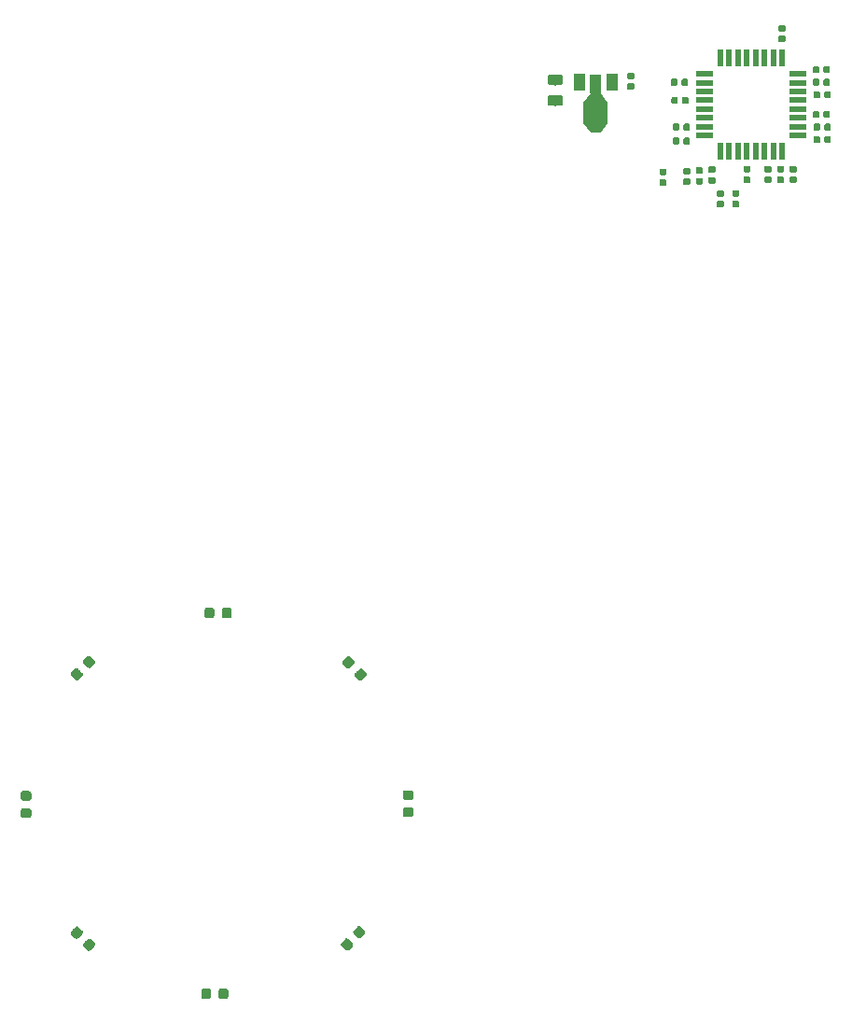
<source format=gbr>
G04 #@! TF.GenerationSoftware,KiCad,Pcbnew,(5.1.2-1)-1*
G04 #@! TF.CreationDate,2022-01-31T21:06:54-05:00*
G04 #@! TF.ProjectId,Capacitive_Touch_Breakout_Board_AT42QT1245-AU,43617061-6369-4746-9976-655f546f7563,rev?*
G04 #@! TF.SameCoordinates,Original*
G04 #@! TF.FileFunction,Paste,Top*
G04 #@! TF.FilePolarity,Positive*
%FSLAX46Y46*%
G04 Gerber Fmt 4.6, Leading zero omitted, Abs format (unit mm)*
G04 Created by KiCad (PCBNEW (5.1.2-1)-1) date 2022-01-31 21:06:54*
%MOMM*%
%LPD*%
G04 APERTURE LIST*
%ADD10R,0.550000X1.600000*%
%ADD11R,1.600000X0.550000*%
%ADD12C,1.000000*%
%ADD13C,0.100000*%
%ADD14R,2.200000X1.840000*%
%ADD15R,1.000000X1.500000*%
%ADD16R,1.000000X1.800000*%
%ADD17C,0.850000*%
%ADD18C,0.590000*%
%ADD19C,0.975000*%
%ADD20C,0.875000*%
G04 APERTURE END LIST*
D10*
X194316000Y-55431000D03*
X193516000Y-55431000D03*
X192716000Y-55431000D03*
X191916000Y-55431000D03*
X191116000Y-55431000D03*
X190316000Y-55431000D03*
X189516000Y-55431000D03*
X188716000Y-55431000D03*
D11*
X187266000Y-53981000D03*
X187266000Y-53181000D03*
X187266000Y-52381000D03*
X187266000Y-51581000D03*
X187266000Y-50781000D03*
X187266000Y-49981000D03*
X187266000Y-49181000D03*
X187266000Y-48381000D03*
D10*
X188716000Y-46931000D03*
X189516000Y-46931000D03*
X190316000Y-46931000D03*
X191116000Y-46931000D03*
X191916000Y-46931000D03*
X192716000Y-46931000D03*
X193516000Y-46931000D03*
X194316000Y-46931000D03*
D11*
X195766000Y-48381000D03*
X195766000Y-49181000D03*
X195766000Y-49981000D03*
X195766000Y-50781000D03*
X195766000Y-51581000D03*
X195766000Y-52381000D03*
X195766000Y-53181000D03*
X195766000Y-53981000D03*
D12*
X177419000Y-50533300D03*
D13*
G36*
X176319000Y-51033300D02*
G01*
X177019000Y-50033300D01*
X177819000Y-50033300D01*
X178519000Y-51033300D01*
X176319000Y-51033300D01*
X176319000Y-51033300D01*
G37*
D14*
X177419000Y-51943000D03*
D15*
X175919000Y-49129500D03*
D16*
X177419000Y-49276000D03*
D15*
X178919000Y-49129500D03*
D17*
X177419000Y-53276500D03*
D13*
G36*
X178519000Y-52851500D02*
G01*
X177919000Y-53701500D01*
X176919000Y-53701500D01*
X176319000Y-52851500D01*
X178519000Y-52851500D01*
X178519000Y-52851500D01*
G37*
G36*
X180780958Y-49235710D02*
G01*
X180795276Y-49237834D01*
X180809317Y-49241351D01*
X180822946Y-49246228D01*
X180836031Y-49252417D01*
X180848447Y-49259858D01*
X180860073Y-49268481D01*
X180870798Y-49278202D01*
X180880519Y-49288927D01*
X180889142Y-49300553D01*
X180896583Y-49312969D01*
X180902772Y-49326054D01*
X180907649Y-49339683D01*
X180911166Y-49353724D01*
X180913290Y-49368042D01*
X180914000Y-49382500D01*
X180914000Y-49677500D01*
X180913290Y-49691958D01*
X180911166Y-49706276D01*
X180907649Y-49720317D01*
X180902772Y-49733946D01*
X180896583Y-49747031D01*
X180889142Y-49759447D01*
X180880519Y-49771073D01*
X180870798Y-49781798D01*
X180860073Y-49791519D01*
X180848447Y-49800142D01*
X180836031Y-49807583D01*
X180822946Y-49813772D01*
X180809317Y-49818649D01*
X180795276Y-49822166D01*
X180780958Y-49824290D01*
X180766500Y-49825000D01*
X180421500Y-49825000D01*
X180407042Y-49824290D01*
X180392724Y-49822166D01*
X180378683Y-49818649D01*
X180365054Y-49813772D01*
X180351969Y-49807583D01*
X180339553Y-49800142D01*
X180327927Y-49791519D01*
X180317202Y-49781798D01*
X180307481Y-49771073D01*
X180298858Y-49759447D01*
X180291417Y-49747031D01*
X180285228Y-49733946D01*
X180280351Y-49720317D01*
X180276834Y-49706276D01*
X180274710Y-49691958D01*
X180274000Y-49677500D01*
X180274000Y-49382500D01*
X180274710Y-49368042D01*
X180276834Y-49353724D01*
X180280351Y-49339683D01*
X180285228Y-49326054D01*
X180291417Y-49312969D01*
X180298858Y-49300553D01*
X180307481Y-49288927D01*
X180317202Y-49278202D01*
X180327927Y-49268481D01*
X180339553Y-49259858D01*
X180351969Y-49252417D01*
X180365054Y-49246228D01*
X180378683Y-49241351D01*
X180392724Y-49237834D01*
X180407042Y-49235710D01*
X180421500Y-49235000D01*
X180766500Y-49235000D01*
X180780958Y-49235710D01*
X180780958Y-49235710D01*
G37*
D18*
X180594000Y-49530000D03*
D13*
G36*
X180780958Y-48265710D02*
G01*
X180795276Y-48267834D01*
X180809317Y-48271351D01*
X180822946Y-48276228D01*
X180836031Y-48282417D01*
X180848447Y-48289858D01*
X180860073Y-48298481D01*
X180870798Y-48308202D01*
X180880519Y-48318927D01*
X180889142Y-48330553D01*
X180896583Y-48342969D01*
X180902772Y-48356054D01*
X180907649Y-48369683D01*
X180911166Y-48383724D01*
X180913290Y-48398042D01*
X180914000Y-48412500D01*
X180914000Y-48707500D01*
X180913290Y-48721958D01*
X180911166Y-48736276D01*
X180907649Y-48750317D01*
X180902772Y-48763946D01*
X180896583Y-48777031D01*
X180889142Y-48789447D01*
X180880519Y-48801073D01*
X180870798Y-48811798D01*
X180860073Y-48821519D01*
X180848447Y-48830142D01*
X180836031Y-48837583D01*
X180822946Y-48843772D01*
X180809317Y-48848649D01*
X180795276Y-48852166D01*
X180780958Y-48854290D01*
X180766500Y-48855000D01*
X180421500Y-48855000D01*
X180407042Y-48854290D01*
X180392724Y-48852166D01*
X180378683Y-48848649D01*
X180365054Y-48843772D01*
X180351969Y-48837583D01*
X180339553Y-48830142D01*
X180327927Y-48821519D01*
X180317202Y-48811798D01*
X180307481Y-48801073D01*
X180298858Y-48789447D01*
X180291417Y-48777031D01*
X180285228Y-48763946D01*
X180280351Y-48750317D01*
X180276834Y-48736276D01*
X180274710Y-48721958D01*
X180274000Y-48707500D01*
X180274000Y-48412500D01*
X180274710Y-48398042D01*
X180276834Y-48383724D01*
X180280351Y-48369683D01*
X180285228Y-48356054D01*
X180291417Y-48342969D01*
X180298858Y-48330553D01*
X180307481Y-48318927D01*
X180317202Y-48308202D01*
X180327927Y-48298481D01*
X180339553Y-48289858D01*
X180351969Y-48282417D01*
X180365054Y-48276228D01*
X180378683Y-48271351D01*
X180392724Y-48267834D01*
X180407042Y-48265710D01*
X180421500Y-48265000D01*
X180766500Y-48265000D01*
X180780958Y-48265710D01*
X180780958Y-48265710D01*
G37*
D18*
X180594000Y-48560000D03*
D13*
G36*
X174216142Y-50313674D02*
G01*
X174239803Y-50317184D01*
X174263007Y-50322996D01*
X174285529Y-50331054D01*
X174307153Y-50341282D01*
X174327670Y-50353579D01*
X174346883Y-50367829D01*
X174364607Y-50383893D01*
X174380671Y-50401617D01*
X174394921Y-50420830D01*
X174407218Y-50441347D01*
X174417446Y-50462971D01*
X174425504Y-50485493D01*
X174431316Y-50508697D01*
X174434826Y-50532358D01*
X174436000Y-50556250D01*
X174436000Y-51043750D01*
X174434826Y-51067642D01*
X174431316Y-51091303D01*
X174425504Y-51114507D01*
X174417446Y-51137029D01*
X174407218Y-51158653D01*
X174394921Y-51179170D01*
X174380671Y-51198383D01*
X174364607Y-51216107D01*
X174346883Y-51232171D01*
X174327670Y-51246421D01*
X174307153Y-51258718D01*
X174285529Y-51268946D01*
X174263007Y-51277004D01*
X174239803Y-51282816D01*
X174216142Y-51286326D01*
X174192250Y-51287500D01*
X173279750Y-51287500D01*
X173255858Y-51286326D01*
X173232197Y-51282816D01*
X173208993Y-51277004D01*
X173186471Y-51268946D01*
X173164847Y-51258718D01*
X173144330Y-51246421D01*
X173125117Y-51232171D01*
X173107393Y-51216107D01*
X173091329Y-51198383D01*
X173077079Y-51179170D01*
X173064782Y-51158653D01*
X173054554Y-51137029D01*
X173046496Y-51114507D01*
X173040684Y-51091303D01*
X173037174Y-51067642D01*
X173036000Y-51043750D01*
X173036000Y-50556250D01*
X173037174Y-50532358D01*
X173040684Y-50508697D01*
X173046496Y-50485493D01*
X173054554Y-50462971D01*
X173064782Y-50441347D01*
X173077079Y-50420830D01*
X173091329Y-50401617D01*
X173107393Y-50383893D01*
X173125117Y-50367829D01*
X173144330Y-50353579D01*
X173164847Y-50341282D01*
X173186471Y-50331054D01*
X173208993Y-50322996D01*
X173232197Y-50317184D01*
X173255858Y-50313674D01*
X173279750Y-50312500D01*
X174192250Y-50312500D01*
X174216142Y-50313674D01*
X174216142Y-50313674D01*
G37*
D19*
X173736000Y-50800000D03*
D13*
G36*
X174216142Y-48438674D02*
G01*
X174239803Y-48442184D01*
X174263007Y-48447996D01*
X174285529Y-48456054D01*
X174307153Y-48466282D01*
X174327670Y-48478579D01*
X174346883Y-48492829D01*
X174364607Y-48508893D01*
X174380671Y-48526617D01*
X174394921Y-48545830D01*
X174407218Y-48566347D01*
X174417446Y-48587971D01*
X174425504Y-48610493D01*
X174431316Y-48633697D01*
X174434826Y-48657358D01*
X174436000Y-48681250D01*
X174436000Y-49168750D01*
X174434826Y-49192642D01*
X174431316Y-49216303D01*
X174425504Y-49239507D01*
X174417446Y-49262029D01*
X174407218Y-49283653D01*
X174394921Y-49304170D01*
X174380671Y-49323383D01*
X174364607Y-49341107D01*
X174346883Y-49357171D01*
X174327670Y-49371421D01*
X174307153Y-49383718D01*
X174285529Y-49393946D01*
X174263007Y-49402004D01*
X174239803Y-49407816D01*
X174216142Y-49411326D01*
X174192250Y-49412500D01*
X173279750Y-49412500D01*
X173255858Y-49411326D01*
X173232197Y-49407816D01*
X173208993Y-49402004D01*
X173186471Y-49393946D01*
X173164847Y-49383718D01*
X173144330Y-49371421D01*
X173125117Y-49357171D01*
X173107393Y-49341107D01*
X173091329Y-49323383D01*
X173077079Y-49304170D01*
X173064782Y-49283653D01*
X173054554Y-49262029D01*
X173046496Y-49239507D01*
X173040684Y-49216303D01*
X173037174Y-49192642D01*
X173036000Y-49168750D01*
X173036000Y-48681250D01*
X173037174Y-48657358D01*
X173040684Y-48633697D01*
X173046496Y-48610493D01*
X173054554Y-48587971D01*
X173064782Y-48566347D01*
X173077079Y-48545830D01*
X173091329Y-48526617D01*
X173107393Y-48508893D01*
X173125117Y-48492829D01*
X173144330Y-48478579D01*
X173164847Y-48466282D01*
X173186471Y-48456054D01*
X173208993Y-48447996D01*
X173232197Y-48442184D01*
X173255858Y-48438674D01*
X173279750Y-48437500D01*
X174192250Y-48437500D01*
X174216142Y-48438674D01*
X174216142Y-48438674D01*
G37*
D19*
X173736000Y-48925000D03*
D13*
G36*
X185708958Y-50480710D02*
G01*
X185723276Y-50482834D01*
X185737317Y-50486351D01*
X185750946Y-50491228D01*
X185764031Y-50497417D01*
X185776447Y-50504858D01*
X185788073Y-50513481D01*
X185798798Y-50523202D01*
X185808519Y-50533927D01*
X185817142Y-50545553D01*
X185824583Y-50557969D01*
X185830772Y-50571054D01*
X185835649Y-50584683D01*
X185839166Y-50598724D01*
X185841290Y-50613042D01*
X185842000Y-50627500D01*
X185842000Y-50972500D01*
X185841290Y-50986958D01*
X185839166Y-51001276D01*
X185835649Y-51015317D01*
X185830772Y-51028946D01*
X185824583Y-51042031D01*
X185817142Y-51054447D01*
X185808519Y-51066073D01*
X185798798Y-51076798D01*
X185788073Y-51086519D01*
X185776447Y-51095142D01*
X185764031Y-51102583D01*
X185750946Y-51108772D01*
X185737317Y-51113649D01*
X185723276Y-51117166D01*
X185708958Y-51119290D01*
X185694500Y-51120000D01*
X185399500Y-51120000D01*
X185385042Y-51119290D01*
X185370724Y-51117166D01*
X185356683Y-51113649D01*
X185343054Y-51108772D01*
X185329969Y-51102583D01*
X185317553Y-51095142D01*
X185305927Y-51086519D01*
X185295202Y-51076798D01*
X185285481Y-51066073D01*
X185276858Y-51054447D01*
X185269417Y-51042031D01*
X185263228Y-51028946D01*
X185258351Y-51015317D01*
X185254834Y-51001276D01*
X185252710Y-50986958D01*
X185252000Y-50972500D01*
X185252000Y-50627500D01*
X185252710Y-50613042D01*
X185254834Y-50598724D01*
X185258351Y-50584683D01*
X185263228Y-50571054D01*
X185269417Y-50557969D01*
X185276858Y-50545553D01*
X185285481Y-50533927D01*
X185295202Y-50523202D01*
X185305927Y-50513481D01*
X185317553Y-50504858D01*
X185329969Y-50497417D01*
X185343054Y-50491228D01*
X185356683Y-50486351D01*
X185370724Y-50482834D01*
X185385042Y-50480710D01*
X185399500Y-50480000D01*
X185694500Y-50480000D01*
X185708958Y-50480710D01*
X185708958Y-50480710D01*
G37*
D18*
X185547000Y-50800000D03*
D13*
G36*
X184738958Y-50480710D02*
G01*
X184753276Y-50482834D01*
X184767317Y-50486351D01*
X184780946Y-50491228D01*
X184794031Y-50497417D01*
X184806447Y-50504858D01*
X184818073Y-50513481D01*
X184828798Y-50523202D01*
X184838519Y-50533927D01*
X184847142Y-50545553D01*
X184854583Y-50557969D01*
X184860772Y-50571054D01*
X184865649Y-50584683D01*
X184869166Y-50598724D01*
X184871290Y-50613042D01*
X184872000Y-50627500D01*
X184872000Y-50972500D01*
X184871290Y-50986958D01*
X184869166Y-51001276D01*
X184865649Y-51015317D01*
X184860772Y-51028946D01*
X184854583Y-51042031D01*
X184847142Y-51054447D01*
X184838519Y-51066073D01*
X184828798Y-51076798D01*
X184818073Y-51086519D01*
X184806447Y-51095142D01*
X184794031Y-51102583D01*
X184780946Y-51108772D01*
X184767317Y-51113649D01*
X184753276Y-51117166D01*
X184738958Y-51119290D01*
X184724500Y-51120000D01*
X184429500Y-51120000D01*
X184415042Y-51119290D01*
X184400724Y-51117166D01*
X184386683Y-51113649D01*
X184373054Y-51108772D01*
X184359969Y-51102583D01*
X184347553Y-51095142D01*
X184335927Y-51086519D01*
X184325202Y-51076798D01*
X184315481Y-51066073D01*
X184306858Y-51054447D01*
X184299417Y-51042031D01*
X184293228Y-51028946D01*
X184288351Y-51015317D01*
X184284834Y-51001276D01*
X184282710Y-50986958D01*
X184282000Y-50972500D01*
X184282000Y-50627500D01*
X184282710Y-50613042D01*
X184284834Y-50598724D01*
X184288351Y-50584683D01*
X184293228Y-50571054D01*
X184299417Y-50557969D01*
X184306858Y-50545553D01*
X184315481Y-50533927D01*
X184325202Y-50523202D01*
X184335927Y-50513481D01*
X184347553Y-50504858D01*
X184359969Y-50497417D01*
X184373054Y-50491228D01*
X184386683Y-50486351D01*
X184400724Y-50482834D01*
X184415042Y-50480710D01*
X184429500Y-50480000D01*
X184724500Y-50480000D01*
X184738958Y-50480710D01*
X184738958Y-50480710D01*
G37*
D18*
X184577000Y-50800000D03*
D13*
G36*
X185662958Y-48829710D02*
G01*
X185677276Y-48831834D01*
X185691317Y-48835351D01*
X185704946Y-48840228D01*
X185718031Y-48846417D01*
X185730447Y-48853858D01*
X185742073Y-48862481D01*
X185752798Y-48872202D01*
X185762519Y-48882927D01*
X185771142Y-48894553D01*
X185778583Y-48906969D01*
X185784772Y-48920054D01*
X185789649Y-48933683D01*
X185793166Y-48947724D01*
X185795290Y-48962042D01*
X185796000Y-48976500D01*
X185796000Y-49321500D01*
X185795290Y-49335958D01*
X185793166Y-49350276D01*
X185789649Y-49364317D01*
X185784772Y-49377946D01*
X185778583Y-49391031D01*
X185771142Y-49403447D01*
X185762519Y-49415073D01*
X185752798Y-49425798D01*
X185742073Y-49435519D01*
X185730447Y-49444142D01*
X185718031Y-49451583D01*
X185704946Y-49457772D01*
X185691317Y-49462649D01*
X185677276Y-49466166D01*
X185662958Y-49468290D01*
X185648500Y-49469000D01*
X185353500Y-49469000D01*
X185339042Y-49468290D01*
X185324724Y-49466166D01*
X185310683Y-49462649D01*
X185297054Y-49457772D01*
X185283969Y-49451583D01*
X185271553Y-49444142D01*
X185259927Y-49435519D01*
X185249202Y-49425798D01*
X185239481Y-49415073D01*
X185230858Y-49403447D01*
X185223417Y-49391031D01*
X185217228Y-49377946D01*
X185212351Y-49364317D01*
X185208834Y-49350276D01*
X185206710Y-49335958D01*
X185206000Y-49321500D01*
X185206000Y-48976500D01*
X185206710Y-48962042D01*
X185208834Y-48947724D01*
X185212351Y-48933683D01*
X185217228Y-48920054D01*
X185223417Y-48906969D01*
X185230858Y-48894553D01*
X185239481Y-48882927D01*
X185249202Y-48872202D01*
X185259927Y-48862481D01*
X185271553Y-48853858D01*
X185283969Y-48846417D01*
X185297054Y-48840228D01*
X185310683Y-48835351D01*
X185324724Y-48831834D01*
X185339042Y-48829710D01*
X185353500Y-48829000D01*
X185648500Y-48829000D01*
X185662958Y-48829710D01*
X185662958Y-48829710D01*
G37*
D18*
X185501000Y-49149000D03*
D13*
G36*
X184692958Y-48829710D02*
G01*
X184707276Y-48831834D01*
X184721317Y-48835351D01*
X184734946Y-48840228D01*
X184748031Y-48846417D01*
X184760447Y-48853858D01*
X184772073Y-48862481D01*
X184782798Y-48872202D01*
X184792519Y-48882927D01*
X184801142Y-48894553D01*
X184808583Y-48906969D01*
X184814772Y-48920054D01*
X184819649Y-48933683D01*
X184823166Y-48947724D01*
X184825290Y-48962042D01*
X184826000Y-48976500D01*
X184826000Y-49321500D01*
X184825290Y-49335958D01*
X184823166Y-49350276D01*
X184819649Y-49364317D01*
X184814772Y-49377946D01*
X184808583Y-49391031D01*
X184801142Y-49403447D01*
X184792519Y-49415073D01*
X184782798Y-49425798D01*
X184772073Y-49435519D01*
X184760447Y-49444142D01*
X184748031Y-49451583D01*
X184734946Y-49457772D01*
X184721317Y-49462649D01*
X184707276Y-49466166D01*
X184692958Y-49468290D01*
X184678500Y-49469000D01*
X184383500Y-49469000D01*
X184369042Y-49468290D01*
X184354724Y-49466166D01*
X184340683Y-49462649D01*
X184327054Y-49457772D01*
X184313969Y-49451583D01*
X184301553Y-49444142D01*
X184289927Y-49435519D01*
X184279202Y-49425798D01*
X184269481Y-49415073D01*
X184260858Y-49403447D01*
X184253417Y-49391031D01*
X184247228Y-49377946D01*
X184242351Y-49364317D01*
X184238834Y-49350276D01*
X184236710Y-49335958D01*
X184236000Y-49321500D01*
X184236000Y-48976500D01*
X184236710Y-48962042D01*
X184238834Y-48947724D01*
X184242351Y-48933683D01*
X184247228Y-48920054D01*
X184253417Y-48906969D01*
X184260858Y-48894553D01*
X184269481Y-48882927D01*
X184279202Y-48872202D01*
X184289927Y-48862481D01*
X184301553Y-48853858D01*
X184313969Y-48846417D01*
X184327054Y-48840228D01*
X184340683Y-48835351D01*
X184354724Y-48831834D01*
X184369042Y-48829710D01*
X184383500Y-48829000D01*
X184678500Y-48829000D01*
X184692958Y-48829710D01*
X184692958Y-48829710D01*
G37*
D18*
X184531000Y-49149000D03*
D13*
G36*
X197646958Y-49972710D02*
G01*
X197661276Y-49974834D01*
X197675317Y-49978351D01*
X197688946Y-49983228D01*
X197702031Y-49989417D01*
X197714447Y-49996858D01*
X197726073Y-50005481D01*
X197736798Y-50015202D01*
X197746519Y-50025927D01*
X197755142Y-50037553D01*
X197762583Y-50049969D01*
X197768772Y-50063054D01*
X197773649Y-50076683D01*
X197777166Y-50090724D01*
X197779290Y-50105042D01*
X197780000Y-50119500D01*
X197780000Y-50464500D01*
X197779290Y-50478958D01*
X197777166Y-50493276D01*
X197773649Y-50507317D01*
X197768772Y-50520946D01*
X197762583Y-50534031D01*
X197755142Y-50546447D01*
X197746519Y-50558073D01*
X197736798Y-50568798D01*
X197726073Y-50578519D01*
X197714447Y-50587142D01*
X197702031Y-50594583D01*
X197688946Y-50600772D01*
X197675317Y-50605649D01*
X197661276Y-50609166D01*
X197646958Y-50611290D01*
X197632500Y-50612000D01*
X197337500Y-50612000D01*
X197323042Y-50611290D01*
X197308724Y-50609166D01*
X197294683Y-50605649D01*
X197281054Y-50600772D01*
X197267969Y-50594583D01*
X197255553Y-50587142D01*
X197243927Y-50578519D01*
X197233202Y-50568798D01*
X197223481Y-50558073D01*
X197214858Y-50546447D01*
X197207417Y-50534031D01*
X197201228Y-50520946D01*
X197196351Y-50507317D01*
X197192834Y-50493276D01*
X197190710Y-50478958D01*
X197190000Y-50464500D01*
X197190000Y-50119500D01*
X197190710Y-50105042D01*
X197192834Y-50090724D01*
X197196351Y-50076683D01*
X197201228Y-50063054D01*
X197207417Y-50049969D01*
X197214858Y-50037553D01*
X197223481Y-50025927D01*
X197233202Y-50015202D01*
X197243927Y-50005481D01*
X197255553Y-49996858D01*
X197267969Y-49989417D01*
X197281054Y-49983228D01*
X197294683Y-49978351D01*
X197308724Y-49974834D01*
X197323042Y-49972710D01*
X197337500Y-49972000D01*
X197632500Y-49972000D01*
X197646958Y-49972710D01*
X197646958Y-49972710D01*
G37*
D18*
X197485000Y-50292000D03*
D13*
G36*
X198616958Y-49972710D02*
G01*
X198631276Y-49974834D01*
X198645317Y-49978351D01*
X198658946Y-49983228D01*
X198672031Y-49989417D01*
X198684447Y-49996858D01*
X198696073Y-50005481D01*
X198706798Y-50015202D01*
X198716519Y-50025927D01*
X198725142Y-50037553D01*
X198732583Y-50049969D01*
X198738772Y-50063054D01*
X198743649Y-50076683D01*
X198747166Y-50090724D01*
X198749290Y-50105042D01*
X198750000Y-50119500D01*
X198750000Y-50464500D01*
X198749290Y-50478958D01*
X198747166Y-50493276D01*
X198743649Y-50507317D01*
X198738772Y-50520946D01*
X198732583Y-50534031D01*
X198725142Y-50546447D01*
X198716519Y-50558073D01*
X198706798Y-50568798D01*
X198696073Y-50578519D01*
X198684447Y-50587142D01*
X198672031Y-50594583D01*
X198658946Y-50600772D01*
X198645317Y-50605649D01*
X198631276Y-50609166D01*
X198616958Y-50611290D01*
X198602500Y-50612000D01*
X198307500Y-50612000D01*
X198293042Y-50611290D01*
X198278724Y-50609166D01*
X198264683Y-50605649D01*
X198251054Y-50600772D01*
X198237969Y-50594583D01*
X198225553Y-50587142D01*
X198213927Y-50578519D01*
X198203202Y-50568798D01*
X198193481Y-50558073D01*
X198184858Y-50546447D01*
X198177417Y-50534031D01*
X198171228Y-50520946D01*
X198166351Y-50507317D01*
X198162834Y-50493276D01*
X198160710Y-50478958D01*
X198160000Y-50464500D01*
X198160000Y-50119500D01*
X198160710Y-50105042D01*
X198162834Y-50090724D01*
X198166351Y-50076683D01*
X198171228Y-50063054D01*
X198177417Y-50049969D01*
X198184858Y-50037553D01*
X198193481Y-50025927D01*
X198203202Y-50015202D01*
X198213927Y-50005481D01*
X198225553Y-49996858D01*
X198237969Y-49989417D01*
X198251054Y-49983228D01*
X198264683Y-49978351D01*
X198278724Y-49974834D01*
X198293042Y-49972710D01*
X198307500Y-49972000D01*
X198602500Y-49972000D01*
X198616958Y-49972710D01*
X198616958Y-49972710D01*
G37*
D18*
X198455000Y-50292000D03*
D13*
G36*
X160678691Y-113355553D02*
G01*
X160699926Y-113358703D01*
X160720750Y-113363919D01*
X160740962Y-113371151D01*
X160760368Y-113380330D01*
X160778781Y-113391366D01*
X160796024Y-113404154D01*
X160811930Y-113418570D01*
X160826346Y-113434476D01*
X160839134Y-113451719D01*
X160850170Y-113470132D01*
X160859349Y-113489538D01*
X160866581Y-113509750D01*
X160871797Y-113530574D01*
X160874947Y-113551809D01*
X160876000Y-113573250D01*
X160876000Y-114010750D01*
X160874947Y-114032191D01*
X160871797Y-114053426D01*
X160866581Y-114074250D01*
X160859349Y-114094462D01*
X160850170Y-114113868D01*
X160839134Y-114132281D01*
X160826346Y-114149524D01*
X160811930Y-114165430D01*
X160796024Y-114179846D01*
X160778781Y-114192634D01*
X160760368Y-114203670D01*
X160740962Y-114212849D01*
X160720750Y-114220081D01*
X160699926Y-114225297D01*
X160678691Y-114228447D01*
X160657250Y-114229500D01*
X160144750Y-114229500D01*
X160123309Y-114228447D01*
X160102074Y-114225297D01*
X160081250Y-114220081D01*
X160061038Y-114212849D01*
X160041632Y-114203670D01*
X160023219Y-114192634D01*
X160005976Y-114179846D01*
X159990070Y-114165430D01*
X159975654Y-114149524D01*
X159962866Y-114132281D01*
X159951830Y-114113868D01*
X159942651Y-114094462D01*
X159935419Y-114074250D01*
X159930203Y-114053426D01*
X159927053Y-114032191D01*
X159926000Y-114010750D01*
X159926000Y-113573250D01*
X159927053Y-113551809D01*
X159930203Y-113530574D01*
X159935419Y-113509750D01*
X159942651Y-113489538D01*
X159951830Y-113470132D01*
X159962866Y-113451719D01*
X159975654Y-113434476D01*
X159990070Y-113418570D01*
X160005976Y-113404154D01*
X160023219Y-113391366D01*
X160041632Y-113380330D01*
X160061038Y-113371151D01*
X160081250Y-113363919D01*
X160102074Y-113358703D01*
X160123309Y-113355553D01*
X160144750Y-113354500D01*
X160657250Y-113354500D01*
X160678691Y-113355553D01*
X160678691Y-113355553D01*
G37*
D20*
X160401000Y-113792000D03*
D13*
G36*
X160678691Y-114930553D02*
G01*
X160699926Y-114933703D01*
X160720750Y-114938919D01*
X160740962Y-114946151D01*
X160760368Y-114955330D01*
X160778781Y-114966366D01*
X160796024Y-114979154D01*
X160811930Y-114993570D01*
X160826346Y-115009476D01*
X160839134Y-115026719D01*
X160850170Y-115045132D01*
X160859349Y-115064538D01*
X160866581Y-115084750D01*
X160871797Y-115105574D01*
X160874947Y-115126809D01*
X160876000Y-115148250D01*
X160876000Y-115585750D01*
X160874947Y-115607191D01*
X160871797Y-115628426D01*
X160866581Y-115649250D01*
X160859349Y-115669462D01*
X160850170Y-115688868D01*
X160839134Y-115707281D01*
X160826346Y-115724524D01*
X160811930Y-115740430D01*
X160796024Y-115754846D01*
X160778781Y-115767634D01*
X160760368Y-115778670D01*
X160740962Y-115787849D01*
X160720750Y-115795081D01*
X160699926Y-115800297D01*
X160678691Y-115803447D01*
X160657250Y-115804500D01*
X160144750Y-115804500D01*
X160123309Y-115803447D01*
X160102074Y-115800297D01*
X160081250Y-115795081D01*
X160061038Y-115787849D01*
X160041632Y-115778670D01*
X160023219Y-115767634D01*
X160005976Y-115754846D01*
X159990070Y-115740430D01*
X159975654Y-115724524D01*
X159962866Y-115707281D01*
X159951830Y-115688868D01*
X159942651Y-115669462D01*
X159935419Y-115649250D01*
X159930203Y-115628426D01*
X159927053Y-115607191D01*
X159926000Y-115585750D01*
X159926000Y-115148250D01*
X159927053Y-115126809D01*
X159930203Y-115105574D01*
X159935419Y-115084750D01*
X159942651Y-115064538D01*
X159951830Y-115045132D01*
X159962866Y-115026719D01*
X159975654Y-115009476D01*
X159990070Y-114993570D01*
X160005976Y-114979154D01*
X160023219Y-114966366D01*
X160041632Y-114955330D01*
X160061038Y-114946151D01*
X160081250Y-114938919D01*
X160102074Y-114933703D01*
X160123309Y-114930553D01*
X160144750Y-114929500D01*
X160657250Y-114929500D01*
X160678691Y-114930553D01*
X160678691Y-114930553D01*
G37*
D20*
X160401000Y-115367000D03*
D13*
G36*
X154837230Y-126798121D02*
G01*
X154858465Y-126801271D01*
X154879289Y-126806487D01*
X154899501Y-126813719D01*
X154918907Y-126822898D01*
X154937320Y-126833934D01*
X154954563Y-126846722D01*
X154970469Y-126861138D01*
X155332862Y-127223531D01*
X155347278Y-127239437D01*
X155360066Y-127256680D01*
X155371102Y-127275093D01*
X155380281Y-127294499D01*
X155387513Y-127314711D01*
X155392729Y-127335535D01*
X155395879Y-127356770D01*
X155396932Y-127378211D01*
X155395879Y-127399652D01*
X155392729Y-127420887D01*
X155387513Y-127441711D01*
X155380281Y-127461923D01*
X155371102Y-127481329D01*
X155360066Y-127499742D01*
X155347278Y-127516985D01*
X155332862Y-127532891D01*
X155023503Y-127842250D01*
X155007597Y-127856666D01*
X154990354Y-127869454D01*
X154971941Y-127880490D01*
X154952535Y-127889669D01*
X154932323Y-127896901D01*
X154911499Y-127902117D01*
X154890264Y-127905267D01*
X154868823Y-127906320D01*
X154847382Y-127905267D01*
X154826147Y-127902117D01*
X154805323Y-127896901D01*
X154785111Y-127889669D01*
X154765705Y-127880490D01*
X154747292Y-127869454D01*
X154730049Y-127856666D01*
X154714143Y-127842250D01*
X154351750Y-127479857D01*
X154337334Y-127463951D01*
X154324546Y-127446708D01*
X154313510Y-127428295D01*
X154304331Y-127408889D01*
X154297099Y-127388677D01*
X154291883Y-127367853D01*
X154288733Y-127346618D01*
X154287680Y-127325177D01*
X154288733Y-127303736D01*
X154291883Y-127282501D01*
X154297099Y-127261677D01*
X154304331Y-127241465D01*
X154313510Y-127222059D01*
X154324546Y-127203646D01*
X154337334Y-127186403D01*
X154351750Y-127170497D01*
X154661109Y-126861138D01*
X154677015Y-126846722D01*
X154694258Y-126833934D01*
X154712671Y-126822898D01*
X154732077Y-126813719D01*
X154752289Y-126806487D01*
X154773113Y-126801271D01*
X154794348Y-126798121D01*
X154815789Y-126797068D01*
X154837230Y-126798121D01*
X154837230Y-126798121D01*
G37*
D20*
X154842306Y-127351694D03*
D13*
G36*
X155950924Y-125684427D02*
G01*
X155972159Y-125687577D01*
X155992983Y-125692793D01*
X156013195Y-125700025D01*
X156032601Y-125709204D01*
X156051014Y-125720240D01*
X156068257Y-125733028D01*
X156084163Y-125747444D01*
X156446556Y-126109837D01*
X156460972Y-126125743D01*
X156473760Y-126142986D01*
X156484796Y-126161399D01*
X156493975Y-126180805D01*
X156501207Y-126201017D01*
X156506423Y-126221841D01*
X156509573Y-126243076D01*
X156510626Y-126264517D01*
X156509573Y-126285958D01*
X156506423Y-126307193D01*
X156501207Y-126328017D01*
X156493975Y-126348229D01*
X156484796Y-126367635D01*
X156473760Y-126386048D01*
X156460972Y-126403291D01*
X156446556Y-126419197D01*
X156137197Y-126728556D01*
X156121291Y-126742972D01*
X156104048Y-126755760D01*
X156085635Y-126766796D01*
X156066229Y-126775975D01*
X156046017Y-126783207D01*
X156025193Y-126788423D01*
X156003958Y-126791573D01*
X155982517Y-126792626D01*
X155961076Y-126791573D01*
X155939841Y-126788423D01*
X155919017Y-126783207D01*
X155898805Y-126775975D01*
X155879399Y-126766796D01*
X155860986Y-126755760D01*
X155843743Y-126742972D01*
X155827837Y-126728556D01*
X155465444Y-126366163D01*
X155451028Y-126350257D01*
X155438240Y-126333014D01*
X155427204Y-126314601D01*
X155418025Y-126295195D01*
X155410793Y-126274983D01*
X155405577Y-126254159D01*
X155402427Y-126232924D01*
X155401374Y-126211483D01*
X155402427Y-126190042D01*
X155405577Y-126168807D01*
X155410793Y-126147983D01*
X155418025Y-126127771D01*
X155427204Y-126108365D01*
X155438240Y-126089952D01*
X155451028Y-126072709D01*
X155465444Y-126056803D01*
X155774803Y-125747444D01*
X155790709Y-125733028D01*
X155807952Y-125720240D01*
X155826365Y-125709204D01*
X155845771Y-125700025D01*
X155865983Y-125692793D01*
X155886807Y-125687577D01*
X155908042Y-125684427D01*
X155929483Y-125683374D01*
X155950924Y-125684427D01*
X155950924Y-125684427D01*
G37*
D20*
X155956000Y-126238000D03*
D13*
G36*
X143877191Y-131352053D02*
G01*
X143898426Y-131355203D01*
X143919250Y-131360419D01*
X143939462Y-131367651D01*
X143958868Y-131376830D01*
X143977281Y-131387866D01*
X143994524Y-131400654D01*
X144010430Y-131415070D01*
X144024846Y-131430976D01*
X144037634Y-131448219D01*
X144048670Y-131466632D01*
X144057849Y-131486038D01*
X144065081Y-131506250D01*
X144070297Y-131527074D01*
X144073447Y-131548309D01*
X144074500Y-131569750D01*
X144074500Y-132082250D01*
X144073447Y-132103691D01*
X144070297Y-132124926D01*
X144065081Y-132145750D01*
X144057849Y-132165962D01*
X144048670Y-132185368D01*
X144037634Y-132203781D01*
X144024846Y-132221024D01*
X144010430Y-132236930D01*
X143994524Y-132251346D01*
X143977281Y-132264134D01*
X143958868Y-132275170D01*
X143939462Y-132284349D01*
X143919250Y-132291581D01*
X143898426Y-132296797D01*
X143877191Y-132299947D01*
X143855750Y-132301000D01*
X143418250Y-132301000D01*
X143396809Y-132299947D01*
X143375574Y-132296797D01*
X143354750Y-132291581D01*
X143334538Y-132284349D01*
X143315132Y-132275170D01*
X143296719Y-132264134D01*
X143279476Y-132251346D01*
X143263570Y-132236930D01*
X143249154Y-132221024D01*
X143236366Y-132203781D01*
X143225330Y-132185368D01*
X143216151Y-132165962D01*
X143208919Y-132145750D01*
X143203703Y-132124926D01*
X143200553Y-132103691D01*
X143199500Y-132082250D01*
X143199500Y-131569750D01*
X143200553Y-131548309D01*
X143203703Y-131527074D01*
X143208919Y-131506250D01*
X143216151Y-131486038D01*
X143225330Y-131466632D01*
X143236366Y-131448219D01*
X143249154Y-131430976D01*
X143263570Y-131415070D01*
X143279476Y-131400654D01*
X143296719Y-131387866D01*
X143315132Y-131376830D01*
X143334538Y-131367651D01*
X143354750Y-131360419D01*
X143375574Y-131355203D01*
X143396809Y-131352053D01*
X143418250Y-131351000D01*
X143855750Y-131351000D01*
X143877191Y-131352053D01*
X143877191Y-131352053D01*
G37*
D20*
X143637000Y-131826000D03*
D13*
G36*
X142302191Y-131352053D02*
G01*
X142323426Y-131355203D01*
X142344250Y-131360419D01*
X142364462Y-131367651D01*
X142383868Y-131376830D01*
X142402281Y-131387866D01*
X142419524Y-131400654D01*
X142435430Y-131415070D01*
X142449846Y-131430976D01*
X142462634Y-131448219D01*
X142473670Y-131466632D01*
X142482849Y-131486038D01*
X142490081Y-131506250D01*
X142495297Y-131527074D01*
X142498447Y-131548309D01*
X142499500Y-131569750D01*
X142499500Y-132082250D01*
X142498447Y-132103691D01*
X142495297Y-132124926D01*
X142490081Y-132145750D01*
X142482849Y-132165962D01*
X142473670Y-132185368D01*
X142462634Y-132203781D01*
X142449846Y-132221024D01*
X142435430Y-132236930D01*
X142419524Y-132251346D01*
X142402281Y-132264134D01*
X142383868Y-132275170D01*
X142364462Y-132284349D01*
X142344250Y-132291581D01*
X142323426Y-132296797D01*
X142302191Y-132299947D01*
X142280750Y-132301000D01*
X141843250Y-132301000D01*
X141821809Y-132299947D01*
X141800574Y-132296797D01*
X141779750Y-132291581D01*
X141759538Y-132284349D01*
X141740132Y-132275170D01*
X141721719Y-132264134D01*
X141704476Y-132251346D01*
X141688570Y-132236930D01*
X141674154Y-132221024D01*
X141661366Y-132203781D01*
X141650330Y-132185368D01*
X141641151Y-132165962D01*
X141633919Y-132145750D01*
X141628703Y-132124926D01*
X141625553Y-132103691D01*
X141624500Y-132082250D01*
X141624500Y-131569750D01*
X141625553Y-131548309D01*
X141628703Y-131527074D01*
X141633919Y-131506250D01*
X141641151Y-131486038D01*
X141650330Y-131466632D01*
X141661366Y-131448219D01*
X141674154Y-131430976D01*
X141688570Y-131415070D01*
X141704476Y-131400654D01*
X141721719Y-131387866D01*
X141740132Y-131376830D01*
X141759538Y-131367651D01*
X141779750Y-131360419D01*
X141800574Y-131355203D01*
X141821809Y-131352053D01*
X141843250Y-131351000D01*
X142280750Y-131351000D01*
X142302191Y-131352053D01*
X142302191Y-131352053D01*
G37*
D20*
X142062000Y-131826000D03*
D13*
G36*
X130379264Y-125713733D02*
G01*
X130400499Y-125716883D01*
X130421323Y-125722099D01*
X130441535Y-125729331D01*
X130460941Y-125738510D01*
X130479354Y-125749546D01*
X130496597Y-125762334D01*
X130512503Y-125776750D01*
X130821862Y-126086109D01*
X130836278Y-126102015D01*
X130849066Y-126119258D01*
X130860102Y-126137671D01*
X130869281Y-126157077D01*
X130876513Y-126177289D01*
X130881729Y-126198113D01*
X130884879Y-126219348D01*
X130885932Y-126240789D01*
X130884879Y-126262230D01*
X130881729Y-126283465D01*
X130876513Y-126304289D01*
X130869281Y-126324501D01*
X130860102Y-126343907D01*
X130849066Y-126362320D01*
X130836278Y-126379563D01*
X130821862Y-126395469D01*
X130459469Y-126757862D01*
X130443563Y-126772278D01*
X130426320Y-126785066D01*
X130407907Y-126796102D01*
X130388501Y-126805281D01*
X130368289Y-126812513D01*
X130347465Y-126817729D01*
X130326230Y-126820879D01*
X130304789Y-126821932D01*
X130283348Y-126820879D01*
X130262113Y-126817729D01*
X130241289Y-126812513D01*
X130221077Y-126805281D01*
X130201671Y-126796102D01*
X130183258Y-126785066D01*
X130166015Y-126772278D01*
X130150109Y-126757862D01*
X129840750Y-126448503D01*
X129826334Y-126432597D01*
X129813546Y-126415354D01*
X129802510Y-126396941D01*
X129793331Y-126377535D01*
X129786099Y-126357323D01*
X129780883Y-126336499D01*
X129777733Y-126315264D01*
X129776680Y-126293823D01*
X129777733Y-126272382D01*
X129780883Y-126251147D01*
X129786099Y-126230323D01*
X129793331Y-126210111D01*
X129802510Y-126190705D01*
X129813546Y-126172292D01*
X129826334Y-126155049D01*
X129840750Y-126139143D01*
X130203143Y-125776750D01*
X130219049Y-125762334D01*
X130236292Y-125749546D01*
X130254705Y-125738510D01*
X130274111Y-125729331D01*
X130294323Y-125722099D01*
X130315147Y-125716883D01*
X130336382Y-125713733D01*
X130357823Y-125712680D01*
X130379264Y-125713733D01*
X130379264Y-125713733D01*
G37*
D20*
X130331306Y-126267306D03*
D13*
G36*
X131492958Y-126827427D02*
G01*
X131514193Y-126830577D01*
X131535017Y-126835793D01*
X131555229Y-126843025D01*
X131574635Y-126852204D01*
X131593048Y-126863240D01*
X131610291Y-126876028D01*
X131626197Y-126890444D01*
X131935556Y-127199803D01*
X131949972Y-127215709D01*
X131962760Y-127232952D01*
X131973796Y-127251365D01*
X131982975Y-127270771D01*
X131990207Y-127290983D01*
X131995423Y-127311807D01*
X131998573Y-127333042D01*
X131999626Y-127354483D01*
X131998573Y-127375924D01*
X131995423Y-127397159D01*
X131990207Y-127417983D01*
X131982975Y-127438195D01*
X131973796Y-127457601D01*
X131962760Y-127476014D01*
X131949972Y-127493257D01*
X131935556Y-127509163D01*
X131573163Y-127871556D01*
X131557257Y-127885972D01*
X131540014Y-127898760D01*
X131521601Y-127909796D01*
X131502195Y-127918975D01*
X131481983Y-127926207D01*
X131461159Y-127931423D01*
X131439924Y-127934573D01*
X131418483Y-127935626D01*
X131397042Y-127934573D01*
X131375807Y-127931423D01*
X131354983Y-127926207D01*
X131334771Y-127918975D01*
X131315365Y-127909796D01*
X131296952Y-127898760D01*
X131279709Y-127885972D01*
X131263803Y-127871556D01*
X130954444Y-127562197D01*
X130940028Y-127546291D01*
X130927240Y-127529048D01*
X130916204Y-127510635D01*
X130907025Y-127491229D01*
X130899793Y-127471017D01*
X130894577Y-127450193D01*
X130891427Y-127428958D01*
X130890374Y-127407517D01*
X130891427Y-127386076D01*
X130894577Y-127364841D01*
X130899793Y-127344017D01*
X130907025Y-127323805D01*
X130916204Y-127304399D01*
X130927240Y-127285986D01*
X130940028Y-127268743D01*
X130954444Y-127252837D01*
X131316837Y-126890444D01*
X131332743Y-126876028D01*
X131349986Y-126863240D01*
X131368399Y-126852204D01*
X131387805Y-126843025D01*
X131408017Y-126835793D01*
X131428841Y-126830577D01*
X131450076Y-126827427D01*
X131471517Y-126826374D01*
X131492958Y-126827427D01*
X131492958Y-126827427D01*
G37*
D20*
X131445000Y-127381000D03*
D13*
G36*
X126007691Y-115006553D02*
G01*
X126028926Y-115009703D01*
X126049750Y-115014919D01*
X126069962Y-115022151D01*
X126089368Y-115031330D01*
X126107781Y-115042366D01*
X126125024Y-115055154D01*
X126140930Y-115069570D01*
X126155346Y-115085476D01*
X126168134Y-115102719D01*
X126179170Y-115121132D01*
X126188349Y-115140538D01*
X126195581Y-115160750D01*
X126200797Y-115181574D01*
X126203947Y-115202809D01*
X126205000Y-115224250D01*
X126205000Y-115661750D01*
X126203947Y-115683191D01*
X126200797Y-115704426D01*
X126195581Y-115725250D01*
X126188349Y-115745462D01*
X126179170Y-115764868D01*
X126168134Y-115783281D01*
X126155346Y-115800524D01*
X126140930Y-115816430D01*
X126125024Y-115830846D01*
X126107781Y-115843634D01*
X126089368Y-115854670D01*
X126069962Y-115863849D01*
X126049750Y-115871081D01*
X126028926Y-115876297D01*
X126007691Y-115879447D01*
X125986250Y-115880500D01*
X125473750Y-115880500D01*
X125452309Y-115879447D01*
X125431074Y-115876297D01*
X125410250Y-115871081D01*
X125390038Y-115863849D01*
X125370632Y-115854670D01*
X125352219Y-115843634D01*
X125334976Y-115830846D01*
X125319070Y-115816430D01*
X125304654Y-115800524D01*
X125291866Y-115783281D01*
X125280830Y-115764868D01*
X125271651Y-115745462D01*
X125264419Y-115725250D01*
X125259203Y-115704426D01*
X125256053Y-115683191D01*
X125255000Y-115661750D01*
X125255000Y-115224250D01*
X125256053Y-115202809D01*
X125259203Y-115181574D01*
X125264419Y-115160750D01*
X125271651Y-115140538D01*
X125280830Y-115121132D01*
X125291866Y-115102719D01*
X125304654Y-115085476D01*
X125319070Y-115069570D01*
X125334976Y-115055154D01*
X125352219Y-115042366D01*
X125370632Y-115031330D01*
X125390038Y-115022151D01*
X125410250Y-115014919D01*
X125431074Y-115009703D01*
X125452309Y-115006553D01*
X125473750Y-115005500D01*
X125986250Y-115005500D01*
X126007691Y-115006553D01*
X126007691Y-115006553D01*
G37*
D20*
X125730000Y-115443000D03*
D13*
G36*
X126007691Y-113431553D02*
G01*
X126028926Y-113434703D01*
X126049750Y-113439919D01*
X126069962Y-113447151D01*
X126089368Y-113456330D01*
X126107781Y-113467366D01*
X126125024Y-113480154D01*
X126140930Y-113494570D01*
X126155346Y-113510476D01*
X126168134Y-113527719D01*
X126179170Y-113546132D01*
X126188349Y-113565538D01*
X126195581Y-113585750D01*
X126200797Y-113606574D01*
X126203947Y-113627809D01*
X126205000Y-113649250D01*
X126205000Y-114086750D01*
X126203947Y-114108191D01*
X126200797Y-114129426D01*
X126195581Y-114150250D01*
X126188349Y-114170462D01*
X126179170Y-114189868D01*
X126168134Y-114208281D01*
X126155346Y-114225524D01*
X126140930Y-114241430D01*
X126125024Y-114255846D01*
X126107781Y-114268634D01*
X126089368Y-114279670D01*
X126069962Y-114288849D01*
X126049750Y-114296081D01*
X126028926Y-114301297D01*
X126007691Y-114304447D01*
X125986250Y-114305500D01*
X125473750Y-114305500D01*
X125452309Y-114304447D01*
X125431074Y-114301297D01*
X125410250Y-114296081D01*
X125390038Y-114288849D01*
X125370632Y-114279670D01*
X125352219Y-114268634D01*
X125334976Y-114255846D01*
X125319070Y-114241430D01*
X125304654Y-114225524D01*
X125291866Y-114208281D01*
X125280830Y-114189868D01*
X125271651Y-114170462D01*
X125264419Y-114150250D01*
X125259203Y-114129426D01*
X125256053Y-114108191D01*
X125255000Y-114086750D01*
X125255000Y-113649250D01*
X125256053Y-113627809D01*
X125259203Y-113606574D01*
X125264419Y-113585750D01*
X125271651Y-113565538D01*
X125280830Y-113546132D01*
X125291866Y-113527719D01*
X125304654Y-113510476D01*
X125319070Y-113494570D01*
X125334976Y-113480154D01*
X125352219Y-113467366D01*
X125370632Y-113456330D01*
X125390038Y-113447151D01*
X125410250Y-113439919D01*
X125431074Y-113434703D01*
X125452309Y-113431553D01*
X125473750Y-113430500D01*
X125986250Y-113430500D01*
X126007691Y-113431553D01*
X126007691Y-113431553D01*
G37*
D20*
X125730000Y-113868000D03*
D13*
G36*
X131439924Y-101173427D02*
G01*
X131461159Y-101176577D01*
X131481983Y-101181793D01*
X131502195Y-101189025D01*
X131521601Y-101198204D01*
X131540014Y-101209240D01*
X131557257Y-101222028D01*
X131573163Y-101236444D01*
X131935556Y-101598837D01*
X131949972Y-101614743D01*
X131962760Y-101631986D01*
X131973796Y-101650399D01*
X131982975Y-101669805D01*
X131990207Y-101690017D01*
X131995423Y-101710841D01*
X131998573Y-101732076D01*
X131999626Y-101753517D01*
X131998573Y-101774958D01*
X131995423Y-101796193D01*
X131990207Y-101817017D01*
X131982975Y-101837229D01*
X131973796Y-101856635D01*
X131962760Y-101875048D01*
X131949972Y-101892291D01*
X131935556Y-101908197D01*
X131626197Y-102217556D01*
X131610291Y-102231972D01*
X131593048Y-102244760D01*
X131574635Y-102255796D01*
X131555229Y-102264975D01*
X131535017Y-102272207D01*
X131514193Y-102277423D01*
X131492958Y-102280573D01*
X131471517Y-102281626D01*
X131450076Y-102280573D01*
X131428841Y-102277423D01*
X131408017Y-102272207D01*
X131387805Y-102264975D01*
X131368399Y-102255796D01*
X131349986Y-102244760D01*
X131332743Y-102231972D01*
X131316837Y-102217556D01*
X130954444Y-101855163D01*
X130940028Y-101839257D01*
X130927240Y-101822014D01*
X130916204Y-101803601D01*
X130907025Y-101784195D01*
X130899793Y-101763983D01*
X130894577Y-101743159D01*
X130891427Y-101721924D01*
X130890374Y-101700483D01*
X130891427Y-101679042D01*
X130894577Y-101657807D01*
X130899793Y-101636983D01*
X130907025Y-101616771D01*
X130916204Y-101597365D01*
X130927240Y-101578952D01*
X130940028Y-101561709D01*
X130954444Y-101545803D01*
X131263803Y-101236444D01*
X131279709Y-101222028D01*
X131296952Y-101209240D01*
X131315365Y-101198204D01*
X131334771Y-101189025D01*
X131354983Y-101181793D01*
X131375807Y-101176577D01*
X131397042Y-101173427D01*
X131418483Y-101172374D01*
X131439924Y-101173427D01*
X131439924Y-101173427D01*
G37*
D20*
X131445000Y-101727000D03*
D13*
G36*
X130326230Y-102287121D02*
G01*
X130347465Y-102290271D01*
X130368289Y-102295487D01*
X130388501Y-102302719D01*
X130407907Y-102311898D01*
X130426320Y-102322934D01*
X130443563Y-102335722D01*
X130459469Y-102350138D01*
X130821862Y-102712531D01*
X130836278Y-102728437D01*
X130849066Y-102745680D01*
X130860102Y-102764093D01*
X130869281Y-102783499D01*
X130876513Y-102803711D01*
X130881729Y-102824535D01*
X130884879Y-102845770D01*
X130885932Y-102867211D01*
X130884879Y-102888652D01*
X130881729Y-102909887D01*
X130876513Y-102930711D01*
X130869281Y-102950923D01*
X130860102Y-102970329D01*
X130849066Y-102988742D01*
X130836278Y-103005985D01*
X130821862Y-103021891D01*
X130512503Y-103331250D01*
X130496597Y-103345666D01*
X130479354Y-103358454D01*
X130460941Y-103369490D01*
X130441535Y-103378669D01*
X130421323Y-103385901D01*
X130400499Y-103391117D01*
X130379264Y-103394267D01*
X130357823Y-103395320D01*
X130336382Y-103394267D01*
X130315147Y-103391117D01*
X130294323Y-103385901D01*
X130274111Y-103378669D01*
X130254705Y-103369490D01*
X130236292Y-103358454D01*
X130219049Y-103345666D01*
X130203143Y-103331250D01*
X129840750Y-102968857D01*
X129826334Y-102952951D01*
X129813546Y-102935708D01*
X129802510Y-102917295D01*
X129793331Y-102897889D01*
X129786099Y-102877677D01*
X129780883Y-102856853D01*
X129777733Y-102835618D01*
X129776680Y-102814177D01*
X129777733Y-102792736D01*
X129780883Y-102771501D01*
X129786099Y-102750677D01*
X129793331Y-102730465D01*
X129802510Y-102711059D01*
X129813546Y-102692646D01*
X129826334Y-102675403D01*
X129840750Y-102659497D01*
X130150109Y-102350138D01*
X130166015Y-102335722D01*
X130183258Y-102322934D01*
X130201671Y-102311898D01*
X130221077Y-102302719D01*
X130241289Y-102295487D01*
X130262113Y-102290271D01*
X130283348Y-102287121D01*
X130304789Y-102286068D01*
X130326230Y-102287121D01*
X130326230Y-102287121D01*
G37*
D20*
X130331306Y-102840694D03*
D13*
G36*
X142607191Y-96808053D02*
G01*
X142628426Y-96811203D01*
X142649250Y-96816419D01*
X142669462Y-96823651D01*
X142688868Y-96832830D01*
X142707281Y-96843866D01*
X142724524Y-96856654D01*
X142740430Y-96871070D01*
X142754846Y-96886976D01*
X142767634Y-96904219D01*
X142778670Y-96922632D01*
X142787849Y-96942038D01*
X142795081Y-96962250D01*
X142800297Y-96983074D01*
X142803447Y-97004309D01*
X142804500Y-97025750D01*
X142804500Y-97538250D01*
X142803447Y-97559691D01*
X142800297Y-97580926D01*
X142795081Y-97601750D01*
X142787849Y-97621962D01*
X142778670Y-97641368D01*
X142767634Y-97659781D01*
X142754846Y-97677024D01*
X142740430Y-97692930D01*
X142724524Y-97707346D01*
X142707281Y-97720134D01*
X142688868Y-97731170D01*
X142669462Y-97740349D01*
X142649250Y-97747581D01*
X142628426Y-97752797D01*
X142607191Y-97755947D01*
X142585750Y-97757000D01*
X142148250Y-97757000D01*
X142126809Y-97755947D01*
X142105574Y-97752797D01*
X142084750Y-97747581D01*
X142064538Y-97740349D01*
X142045132Y-97731170D01*
X142026719Y-97720134D01*
X142009476Y-97707346D01*
X141993570Y-97692930D01*
X141979154Y-97677024D01*
X141966366Y-97659781D01*
X141955330Y-97641368D01*
X141946151Y-97621962D01*
X141938919Y-97601750D01*
X141933703Y-97580926D01*
X141930553Y-97559691D01*
X141929500Y-97538250D01*
X141929500Y-97025750D01*
X141930553Y-97004309D01*
X141933703Y-96983074D01*
X141938919Y-96962250D01*
X141946151Y-96942038D01*
X141955330Y-96922632D01*
X141966366Y-96904219D01*
X141979154Y-96886976D01*
X141993570Y-96871070D01*
X142009476Y-96856654D01*
X142026719Y-96843866D01*
X142045132Y-96832830D01*
X142064538Y-96823651D01*
X142084750Y-96816419D01*
X142105574Y-96811203D01*
X142126809Y-96808053D01*
X142148250Y-96807000D01*
X142585750Y-96807000D01*
X142607191Y-96808053D01*
X142607191Y-96808053D01*
G37*
D20*
X142367000Y-97282000D03*
D13*
G36*
X144182191Y-96808053D02*
G01*
X144203426Y-96811203D01*
X144224250Y-96816419D01*
X144244462Y-96823651D01*
X144263868Y-96832830D01*
X144282281Y-96843866D01*
X144299524Y-96856654D01*
X144315430Y-96871070D01*
X144329846Y-96886976D01*
X144342634Y-96904219D01*
X144353670Y-96922632D01*
X144362849Y-96942038D01*
X144370081Y-96962250D01*
X144375297Y-96983074D01*
X144378447Y-97004309D01*
X144379500Y-97025750D01*
X144379500Y-97538250D01*
X144378447Y-97559691D01*
X144375297Y-97580926D01*
X144370081Y-97601750D01*
X144362849Y-97621962D01*
X144353670Y-97641368D01*
X144342634Y-97659781D01*
X144329846Y-97677024D01*
X144315430Y-97692930D01*
X144299524Y-97707346D01*
X144282281Y-97720134D01*
X144263868Y-97731170D01*
X144244462Y-97740349D01*
X144224250Y-97747581D01*
X144203426Y-97752797D01*
X144182191Y-97755947D01*
X144160750Y-97757000D01*
X143723250Y-97757000D01*
X143701809Y-97755947D01*
X143680574Y-97752797D01*
X143659750Y-97747581D01*
X143639538Y-97740349D01*
X143620132Y-97731170D01*
X143601719Y-97720134D01*
X143584476Y-97707346D01*
X143568570Y-97692930D01*
X143554154Y-97677024D01*
X143541366Y-97659781D01*
X143530330Y-97641368D01*
X143521151Y-97621962D01*
X143513919Y-97601750D01*
X143508703Y-97580926D01*
X143505553Y-97559691D01*
X143504500Y-97538250D01*
X143504500Y-97025750D01*
X143505553Y-97004309D01*
X143508703Y-96983074D01*
X143513919Y-96962250D01*
X143521151Y-96942038D01*
X143530330Y-96922632D01*
X143541366Y-96904219D01*
X143554154Y-96886976D01*
X143568570Y-96871070D01*
X143584476Y-96856654D01*
X143601719Y-96843866D01*
X143620132Y-96832830D01*
X143639538Y-96823651D01*
X143659750Y-96816419D01*
X143680574Y-96811203D01*
X143701809Y-96808053D01*
X143723250Y-96807000D01*
X144160750Y-96807000D01*
X144182191Y-96808053D01*
X144182191Y-96808053D01*
G37*
D20*
X143942000Y-97282000D03*
D13*
G36*
X156130958Y-102316427D02*
G01*
X156152193Y-102319577D01*
X156173017Y-102324793D01*
X156193229Y-102332025D01*
X156212635Y-102341204D01*
X156231048Y-102352240D01*
X156248291Y-102365028D01*
X156264197Y-102379444D01*
X156573556Y-102688803D01*
X156587972Y-102704709D01*
X156600760Y-102721952D01*
X156611796Y-102740365D01*
X156620975Y-102759771D01*
X156628207Y-102779983D01*
X156633423Y-102800807D01*
X156636573Y-102822042D01*
X156637626Y-102843483D01*
X156636573Y-102864924D01*
X156633423Y-102886159D01*
X156628207Y-102906983D01*
X156620975Y-102927195D01*
X156611796Y-102946601D01*
X156600760Y-102965014D01*
X156587972Y-102982257D01*
X156573556Y-102998163D01*
X156211163Y-103360556D01*
X156195257Y-103374972D01*
X156178014Y-103387760D01*
X156159601Y-103398796D01*
X156140195Y-103407975D01*
X156119983Y-103415207D01*
X156099159Y-103420423D01*
X156077924Y-103423573D01*
X156056483Y-103424626D01*
X156035042Y-103423573D01*
X156013807Y-103420423D01*
X155992983Y-103415207D01*
X155972771Y-103407975D01*
X155953365Y-103398796D01*
X155934952Y-103387760D01*
X155917709Y-103374972D01*
X155901803Y-103360556D01*
X155592444Y-103051197D01*
X155578028Y-103035291D01*
X155565240Y-103018048D01*
X155554204Y-102999635D01*
X155545025Y-102980229D01*
X155537793Y-102960017D01*
X155532577Y-102939193D01*
X155529427Y-102917958D01*
X155528374Y-102896517D01*
X155529427Y-102875076D01*
X155532577Y-102853841D01*
X155537793Y-102833017D01*
X155545025Y-102812805D01*
X155554204Y-102793399D01*
X155565240Y-102774986D01*
X155578028Y-102757743D01*
X155592444Y-102741837D01*
X155954837Y-102379444D01*
X155970743Y-102365028D01*
X155987986Y-102352240D01*
X156006399Y-102341204D01*
X156025805Y-102332025D01*
X156046017Y-102324793D01*
X156066841Y-102319577D01*
X156088076Y-102316427D01*
X156109517Y-102315374D01*
X156130958Y-102316427D01*
X156130958Y-102316427D01*
G37*
D20*
X156083000Y-102870000D03*
D13*
G36*
X155017264Y-101202733D02*
G01*
X155038499Y-101205883D01*
X155059323Y-101211099D01*
X155079535Y-101218331D01*
X155098941Y-101227510D01*
X155117354Y-101238546D01*
X155134597Y-101251334D01*
X155150503Y-101265750D01*
X155459862Y-101575109D01*
X155474278Y-101591015D01*
X155487066Y-101608258D01*
X155498102Y-101626671D01*
X155507281Y-101646077D01*
X155514513Y-101666289D01*
X155519729Y-101687113D01*
X155522879Y-101708348D01*
X155523932Y-101729789D01*
X155522879Y-101751230D01*
X155519729Y-101772465D01*
X155514513Y-101793289D01*
X155507281Y-101813501D01*
X155498102Y-101832907D01*
X155487066Y-101851320D01*
X155474278Y-101868563D01*
X155459862Y-101884469D01*
X155097469Y-102246862D01*
X155081563Y-102261278D01*
X155064320Y-102274066D01*
X155045907Y-102285102D01*
X155026501Y-102294281D01*
X155006289Y-102301513D01*
X154985465Y-102306729D01*
X154964230Y-102309879D01*
X154942789Y-102310932D01*
X154921348Y-102309879D01*
X154900113Y-102306729D01*
X154879289Y-102301513D01*
X154859077Y-102294281D01*
X154839671Y-102285102D01*
X154821258Y-102274066D01*
X154804015Y-102261278D01*
X154788109Y-102246862D01*
X154478750Y-101937503D01*
X154464334Y-101921597D01*
X154451546Y-101904354D01*
X154440510Y-101885941D01*
X154431331Y-101866535D01*
X154424099Y-101846323D01*
X154418883Y-101825499D01*
X154415733Y-101804264D01*
X154414680Y-101782823D01*
X154415733Y-101761382D01*
X154418883Y-101740147D01*
X154424099Y-101719323D01*
X154431331Y-101699111D01*
X154440510Y-101679705D01*
X154451546Y-101661292D01*
X154464334Y-101644049D01*
X154478750Y-101628143D01*
X154841143Y-101265750D01*
X154857049Y-101251334D01*
X154874292Y-101238546D01*
X154892705Y-101227510D01*
X154912111Y-101218331D01*
X154932323Y-101211099D01*
X154953147Y-101205883D01*
X154974382Y-101202733D01*
X154995823Y-101201680D01*
X155017264Y-101202733D01*
X155017264Y-101202733D01*
G37*
D20*
X154969306Y-101756306D03*
D13*
G36*
X191321958Y-56728710D02*
G01*
X191336276Y-56730834D01*
X191350317Y-56734351D01*
X191363946Y-56739228D01*
X191377031Y-56745417D01*
X191389447Y-56752858D01*
X191401073Y-56761481D01*
X191411798Y-56771202D01*
X191421519Y-56781927D01*
X191430142Y-56793553D01*
X191437583Y-56805969D01*
X191443772Y-56819054D01*
X191448649Y-56832683D01*
X191452166Y-56846724D01*
X191454290Y-56861042D01*
X191455000Y-56875500D01*
X191455000Y-57170500D01*
X191454290Y-57184958D01*
X191452166Y-57199276D01*
X191448649Y-57213317D01*
X191443772Y-57226946D01*
X191437583Y-57240031D01*
X191430142Y-57252447D01*
X191421519Y-57264073D01*
X191411798Y-57274798D01*
X191401073Y-57284519D01*
X191389447Y-57293142D01*
X191377031Y-57300583D01*
X191363946Y-57306772D01*
X191350317Y-57311649D01*
X191336276Y-57315166D01*
X191321958Y-57317290D01*
X191307500Y-57318000D01*
X190962500Y-57318000D01*
X190948042Y-57317290D01*
X190933724Y-57315166D01*
X190919683Y-57311649D01*
X190906054Y-57306772D01*
X190892969Y-57300583D01*
X190880553Y-57293142D01*
X190868927Y-57284519D01*
X190858202Y-57274798D01*
X190848481Y-57264073D01*
X190839858Y-57252447D01*
X190832417Y-57240031D01*
X190826228Y-57226946D01*
X190821351Y-57213317D01*
X190817834Y-57199276D01*
X190815710Y-57184958D01*
X190815000Y-57170500D01*
X190815000Y-56875500D01*
X190815710Y-56861042D01*
X190817834Y-56846724D01*
X190821351Y-56832683D01*
X190826228Y-56819054D01*
X190832417Y-56805969D01*
X190839858Y-56793553D01*
X190848481Y-56781927D01*
X190858202Y-56771202D01*
X190868927Y-56761481D01*
X190880553Y-56752858D01*
X190892969Y-56745417D01*
X190906054Y-56739228D01*
X190919683Y-56734351D01*
X190933724Y-56730834D01*
X190948042Y-56728710D01*
X190962500Y-56728000D01*
X191307500Y-56728000D01*
X191321958Y-56728710D01*
X191321958Y-56728710D01*
G37*
D18*
X191135000Y-57023000D03*
D13*
G36*
X191321958Y-57698710D02*
G01*
X191336276Y-57700834D01*
X191350317Y-57704351D01*
X191363946Y-57709228D01*
X191377031Y-57715417D01*
X191389447Y-57722858D01*
X191401073Y-57731481D01*
X191411798Y-57741202D01*
X191421519Y-57751927D01*
X191430142Y-57763553D01*
X191437583Y-57775969D01*
X191443772Y-57789054D01*
X191448649Y-57802683D01*
X191452166Y-57816724D01*
X191454290Y-57831042D01*
X191455000Y-57845500D01*
X191455000Y-58140500D01*
X191454290Y-58154958D01*
X191452166Y-58169276D01*
X191448649Y-58183317D01*
X191443772Y-58196946D01*
X191437583Y-58210031D01*
X191430142Y-58222447D01*
X191421519Y-58234073D01*
X191411798Y-58244798D01*
X191401073Y-58254519D01*
X191389447Y-58263142D01*
X191377031Y-58270583D01*
X191363946Y-58276772D01*
X191350317Y-58281649D01*
X191336276Y-58285166D01*
X191321958Y-58287290D01*
X191307500Y-58288000D01*
X190962500Y-58288000D01*
X190948042Y-58287290D01*
X190933724Y-58285166D01*
X190919683Y-58281649D01*
X190906054Y-58276772D01*
X190892969Y-58270583D01*
X190880553Y-58263142D01*
X190868927Y-58254519D01*
X190858202Y-58244798D01*
X190848481Y-58234073D01*
X190839858Y-58222447D01*
X190832417Y-58210031D01*
X190826228Y-58196946D01*
X190821351Y-58183317D01*
X190817834Y-58169276D01*
X190815710Y-58154958D01*
X190815000Y-58140500D01*
X190815000Y-57845500D01*
X190815710Y-57831042D01*
X190817834Y-57816724D01*
X190821351Y-57802683D01*
X190826228Y-57789054D01*
X190832417Y-57775969D01*
X190839858Y-57763553D01*
X190848481Y-57751927D01*
X190858202Y-57741202D01*
X190868927Y-57731481D01*
X190880553Y-57722858D01*
X190892969Y-57715417D01*
X190906054Y-57709228D01*
X190919683Y-57704351D01*
X190933724Y-57700834D01*
X190948042Y-57698710D01*
X190962500Y-57698000D01*
X191307500Y-57698000D01*
X191321958Y-57698710D01*
X191321958Y-57698710D01*
G37*
D18*
X191135000Y-57993000D03*
D13*
G36*
X190305958Y-58933710D02*
G01*
X190320276Y-58935834D01*
X190334317Y-58939351D01*
X190347946Y-58944228D01*
X190361031Y-58950417D01*
X190373447Y-58957858D01*
X190385073Y-58966481D01*
X190395798Y-58976202D01*
X190405519Y-58986927D01*
X190414142Y-58998553D01*
X190421583Y-59010969D01*
X190427772Y-59024054D01*
X190432649Y-59037683D01*
X190436166Y-59051724D01*
X190438290Y-59066042D01*
X190439000Y-59080500D01*
X190439000Y-59375500D01*
X190438290Y-59389958D01*
X190436166Y-59404276D01*
X190432649Y-59418317D01*
X190427772Y-59431946D01*
X190421583Y-59445031D01*
X190414142Y-59457447D01*
X190405519Y-59469073D01*
X190395798Y-59479798D01*
X190385073Y-59489519D01*
X190373447Y-59498142D01*
X190361031Y-59505583D01*
X190347946Y-59511772D01*
X190334317Y-59516649D01*
X190320276Y-59520166D01*
X190305958Y-59522290D01*
X190291500Y-59523000D01*
X189946500Y-59523000D01*
X189932042Y-59522290D01*
X189917724Y-59520166D01*
X189903683Y-59516649D01*
X189890054Y-59511772D01*
X189876969Y-59505583D01*
X189864553Y-59498142D01*
X189852927Y-59489519D01*
X189842202Y-59479798D01*
X189832481Y-59469073D01*
X189823858Y-59457447D01*
X189816417Y-59445031D01*
X189810228Y-59431946D01*
X189805351Y-59418317D01*
X189801834Y-59404276D01*
X189799710Y-59389958D01*
X189799000Y-59375500D01*
X189799000Y-59080500D01*
X189799710Y-59066042D01*
X189801834Y-59051724D01*
X189805351Y-59037683D01*
X189810228Y-59024054D01*
X189816417Y-59010969D01*
X189823858Y-58998553D01*
X189832481Y-58986927D01*
X189842202Y-58976202D01*
X189852927Y-58966481D01*
X189864553Y-58957858D01*
X189876969Y-58950417D01*
X189890054Y-58944228D01*
X189903683Y-58939351D01*
X189917724Y-58935834D01*
X189932042Y-58933710D01*
X189946500Y-58933000D01*
X190291500Y-58933000D01*
X190305958Y-58933710D01*
X190305958Y-58933710D01*
G37*
D18*
X190119000Y-59228000D03*
D13*
G36*
X190305958Y-59903710D02*
G01*
X190320276Y-59905834D01*
X190334317Y-59909351D01*
X190347946Y-59914228D01*
X190361031Y-59920417D01*
X190373447Y-59927858D01*
X190385073Y-59936481D01*
X190395798Y-59946202D01*
X190405519Y-59956927D01*
X190414142Y-59968553D01*
X190421583Y-59980969D01*
X190427772Y-59994054D01*
X190432649Y-60007683D01*
X190436166Y-60021724D01*
X190438290Y-60036042D01*
X190439000Y-60050500D01*
X190439000Y-60345500D01*
X190438290Y-60359958D01*
X190436166Y-60374276D01*
X190432649Y-60388317D01*
X190427772Y-60401946D01*
X190421583Y-60415031D01*
X190414142Y-60427447D01*
X190405519Y-60439073D01*
X190395798Y-60449798D01*
X190385073Y-60459519D01*
X190373447Y-60468142D01*
X190361031Y-60475583D01*
X190347946Y-60481772D01*
X190334317Y-60486649D01*
X190320276Y-60490166D01*
X190305958Y-60492290D01*
X190291500Y-60493000D01*
X189946500Y-60493000D01*
X189932042Y-60492290D01*
X189917724Y-60490166D01*
X189903683Y-60486649D01*
X189890054Y-60481772D01*
X189876969Y-60475583D01*
X189864553Y-60468142D01*
X189852927Y-60459519D01*
X189842202Y-60449798D01*
X189832481Y-60439073D01*
X189823858Y-60427447D01*
X189816417Y-60415031D01*
X189810228Y-60401946D01*
X189805351Y-60388317D01*
X189801834Y-60374276D01*
X189799710Y-60359958D01*
X189799000Y-60345500D01*
X189799000Y-60050500D01*
X189799710Y-60036042D01*
X189801834Y-60021724D01*
X189805351Y-60007683D01*
X189810228Y-59994054D01*
X189816417Y-59980969D01*
X189823858Y-59968553D01*
X189832481Y-59956927D01*
X189842202Y-59946202D01*
X189852927Y-59936481D01*
X189864553Y-59927858D01*
X189876969Y-59920417D01*
X189890054Y-59914228D01*
X189903683Y-59909351D01*
X189917724Y-59905834D01*
X189932042Y-59903710D01*
X189946500Y-59903000D01*
X190291500Y-59903000D01*
X190305958Y-59903710D01*
X190305958Y-59903710D01*
G37*
D18*
X190119000Y-60198000D03*
D13*
G36*
X188908958Y-58933710D02*
G01*
X188923276Y-58935834D01*
X188937317Y-58939351D01*
X188950946Y-58944228D01*
X188964031Y-58950417D01*
X188976447Y-58957858D01*
X188988073Y-58966481D01*
X188998798Y-58976202D01*
X189008519Y-58986927D01*
X189017142Y-58998553D01*
X189024583Y-59010969D01*
X189030772Y-59024054D01*
X189035649Y-59037683D01*
X189039166Y-59051724D01*
X189041290Y-59066042D01*
X189042000Y-59080500D01*
X189042000Y-59375500D01*
X189041290Y-59389958D01*
X189039166Y-59404276D01*
X189035649Y-59418317D01*
X189030772Y-59431946D01*
X189024583Y-59445031D01*
X189017142Y-59457447D01*
X189008519Y-59469073D01*
X188998798Y-59479798D01*
X188988073Y-59489519D01*
X188976447Y-59498142D01*
X188964031Y-59505583D01*
X188950946Y-59511772D01*
X188937317Y-59516649D01*
X188923276Y-59520166D01*
X188908958Y-59522290D01*
X188894500Y-59523000D01*
X188549500Y-59523000D01*
X188535042Y-59522290D01*
X188520724Y-59520166D01*
X188506683Y-59516649D01*
X188493054Y-59511772D01*
X188479969Y-59505583D01*
X188467553Y-59498142D01*
X188455927Y-59489519D01*
X188445202Y-59479798D01*
X188435481Y-59469073D01*
X188426858Y-59457447D01*
X188419417Y-59445031D01*
X188413228Y-59431946D01*
X188408351Y-59418317D01*
X188404834Y-59404276D01*
X188402710Y-59389958D01*
X188402000Y-59375500D01*
X188402000Y-59080500D01*
X188402710Y-59066042D01*
X188404834Y-59051724D01*
X188408351Y-59037683D01*
X188413228Y-59024054D01*
X188419417Y-59010969D01*
X188426858Y-58998553D01*
X188435481Y-58986927D01*
X188445202Y-58976202D01*
X188455927Y-58966481D01*
X188467553Y-58957858D01*
X188479969Y-58950417D01*
X188493054Y-58944228D01*
X188506683Y-58939351D01*
X188520724Y-58935834D01*
X188535042Y-58933710D01*
X188549500Y-58933000D01*
X188894500Y-58933000D01*
X188908958Y-58933710D01*
X188908958Y-58933710D01*
G37*
D18*
X188722000Y-59228000D03*
D13*
G36*
X188908958Y-59903710D02*
G01*
X188923276Y-59905834D01*
X188937317Y-59909351D01*
X188950946Y-59914228D01*
X188964031Y-59920417D01*
X188976447Y-59927858D01*
X188988073Y-59936481D01*
X188998798Y-59946202D01*
X189008519Y-59956927D01*
X189017142Y-59968553D01*
X189024583Y-59980969D01*
X189030772Y-59994054D01*
X189035649Y-60007683D01*
X189039166Y-60021724D01*
X189041290Y-60036042D01*
X189042000Y-60050500D01*
X189042000Y-60345500D01*
X189041290Y-60359958D01*
X189039166Y-60374276D01*
X189035649Y-60388317D01*
X189030772Y-60401946D01*
X189024583Y-60415031D01*
X189017142Y-60427447D01*
X189008519Y-60439073D01*
X188998798Y-60449798D01*
X188988073Y-60459519D01*
X188976447Y-60468142D01*
X188964031Y-60475583D01*
X188950946Y-60481772D01*
X188937317Y-60486649D01*
X188923276Y-60490166D01*
X188908958Y-60492290D01*
X188894500Y-60493000D01*
X188549500Y-60493000D01*
X188535042Y-60492290D01*
X188520724Y-60490166D01*
X188506683Y-60486649D01*
X188493054Y-60481772D01*
X188479969Y-60475583D01*
X188467553Y-60468142D01*
X188455927Y-60459519D01*
X188445202Y-60449798D01*
X188435481Y-60439073D01*
X188426858Y-60427447D01*
X188419417Y-60415031D01*
X188413228Y-60401946D01*
X188408351Y-60388317D01*
X188404834Y-60374276D01*
X188402710Y-60359958D01*
X188402000Y-60345500D01*
X188402000Y-60050500D01*
X188402710Y-60036042D01*
X188404834Y-60021724D01*
X188408351Y-60007683D01*
X188413228Y-59994054D01*
X188419417Y-59980969D01*
X188426858Y-59968553D01*
X188435481Y-59956927D01*
X188445202Y-59946202D01*
X188455927Y-59936481D01*
X188467553Y-59927858D01*
X188479969Y-59920417D01*
X188493054Y-59914228D01*
X188506683Y-59909351D01*
X188520724Y-59905834D01*
X188535042Y-59903710D01*
X188549500Y-59903000D01*
X188894500Y-59903000D01*
X188908958Y-59903710D01*
X188908958Y-59903710D01*
G37*
D18*
X188722000Y-60198000D03*
D13*
G36*
X193226958Y-56728710D02*
G01*
X193241276Y-56730834D01*
X193255317Y-56734351D01*
X193268946Y-56739228D01*
X193282031Y-56745417D01*
X193294447Y-56752858D01*
X193306073Y-56761481D01*
X193316798Y-56771202D01*
X193326519Y-56781927D01*
X193335142Y-56793553D01*
X193342583Y-56805969D01*
X193348772Y-56819054D01*
X193353649Y-56832683D01*
X193357166Y-56846724D01*
X193359290Y-56861042D01*
X193360000Y-56875500D01*
X193360000Y-57170500D01*
X193359290Y-57184958D01*
X193357166Y-57199276D01*
X193353649Y-57213317D01*
X193348772Y-57226946D01*
X193342583Y-57240031D01*
X193335142Y-57252447D01*
X193326519Y-57264073D01*
X193316798Y-57274798D01*
X193306073Y-57284519D01*
X193294447Y-57293142D01*
X193282031Y-57300583D01*
X193268946Y-57306772D01*
X193255317Y-57311649D01*
X193241276Y-57315166D01*
X193226958Y-57317290D01*
X193212500Y-57318000D01*
X192867500Y-57318000D01*
X192853042Y-57317290D01*
X192838724Y-57315166D01*
X192824683Y-57311649D01*
X192811054Y-57306772D01*
X192797969Y-57300583D01*
X192785553Y-57293142D01*
X192773927Y-57284519D01*
X192763202Y-57274798D01*
X192753481Y-57264073D01*
X192744858Y-57252447D01*
X192737417Y-57240031D01*
X192731228Y-57226946D01*
X192726351Y-57213317D01*
X192722834Y-57199276D01*
X192720710Y-57184958D01*
X192720000Y-57170500D01*
X192720000Y-56875500D01*
X192720710Y-56861042D01*
X192722834Y-56846724D01*
X192726351Y-56832683D01*
X192731228Y-56819054D01*
X192737417Y-56805969D01*
X192744858Y-56793553D01*
X192753481Y-56781927D01*
X192763202Y-56771202D01*
X192773927Y-56761481D01*
X192785553Y-56752858D01*
X192797969Y-56745417D01*
X192811054Y-56739228D01*
X192824683Y-56734351D01*
X192838724Y-56730834D01*
X192853042Y-56728710D01*
X192867500Y-56728000D01*
X193212500Y-56728000D01*
X193226958Y-56728710D01*
X193226958Y-56728710D01*
G37*
D18*
X193040000Y-57023000D03*
D13*
G36*
X193226958Y-57698710D02*
G01*
X193241276Y-57700834D01*
X193255317Y-57704351D01*
X193268946Y-57709228D01*
X193282031Y-57715417D01*
X193294447Y-57722858D01*
X193306073Y-57731481D01*
X193316798Y-57741202D01*
X193326519Y-57751927D01*
X193335142Y-57763553D01*
X193342583Y-57775969D01*
X193348772Y-57789054D01*
X193353649Y-57802683D01*
X193357166Y-57816724D01*
X193359290Y-57831042D01*
X193360000Y-57845500D01*
X193360000Y-58140500D01*
X193359290Y-58154958D01*
X193357166Y-58169276D01*
X193353649Y-58183317D01*
X193348772Y-58196946D01*
X193342583Y-58210031D01*
X193335142Y-58222447D01*
X193326519Y-58234073D01*
X193316798Y-58244798D01*
X193306073Y-58254519D01*
X193294447Y-58263142D01*
X193282031Y-58270583D01*
X193268946Y-58276772D01*
X193255317Y-58281649D01*
X193241276Y-58285166D01*
X193226958Y-58287290D01*
X193212500Y-58288000D01*
X192867500Y-58288000D01*
X192853042Y-58287290D01*
X192838724Y-58285166D01*
X192824683Y-58281649D01*
X192811054Y-58276772D01*
X192797969Y-58270583D01*
X192785553Y-58263142D01*
X192773927Y-58254519D01*
X192763202Y-58244798D01*
X192753481Y-58234073D01*
X192744858Y-58222447D01*
X192737417Y-58210031D01*
X192731228Y-58196946D01*
X192726351Y-58183317D01*
X192722834Y-58169276D01*
X192720710Y-58154958D01*
X192720000Y-58140500D01*
X192720000Y-57845500D01*
X192720710Y-57831042D01*
X192722834Y-57816724D01*
X192726351Y-57802683D01*
X192731228Y-57789054D01*
X192737417Y-57775969D01*
X192744858Y-57763553D01*
X192753481Y-57751927D01*
X192763202Y-57741202D01*
X192773927Y-57731481D01*
X192785553Y-57722858D01*
X192797969Y-57715417D01*
X192811054Y-57709228D01*
X192824683Y-57704351D01*
X192838724Y-57700834D01*
X192853042Y-57698710D01*
X192867500Y-57698000D01*
X193212500Y-57698000D01*
X193226958Y-57698710D01*
X193226958Y-57698710D01*
G37*
D18*
X193040000Y-57993000D03*
D13*
G36*
X194369958Y-56728710D02*
G01*
X194384276Y-56730834D01*
X194398317Y-56734351D01*
X194411946Y-56739228D01*
X194425031Y-56745417D01*
X194437447Y-56752858D01*
X194449073Y-56761481D01*
X194459798Y-56771202D01*
X194469519Y-56781927D01*
X194478142Y-56793553D01*
X194485583Y-56805969D01*
X194491772Y-56819054D01*
X194496649Y-56832683D01*
X194500166Y-56846724D01*
X194502290Y-56861042D01*
X194503000Y-56875500D01*
X194503000Y-57170500D01*
X194502290Y-57184958D01*
X194500166Y-57199276D01*
X194496649Y-57213317D01*
X194491772Y-57226946D01*
X194485583Y-57240031D01*
X194478142Y-57252447D01*
X194469519Y-57264073D01*
X194459798Y-57274798D01*
X194449073Y-57284519D01*
X194437447Y-57293142D01*
X194425031Y-57300583D01*
X194411946Y-57306772D01*
X194398317Y-57311649D01*
X194384276Y-57315166D01*
X194369958Y-57317290D01*
X194355500Y-57318000D01*
X194010500Y-57318000D01*
X193996042Y-57317290D01*
X193981724Y-57315166D01*
X193967683Y-57311649D01*
X193954054Y-57306772D01*
X193940969Y-57300583D01*
X193928553Y-57293142D01*
X193916927Y-57284519D01*
X193906202Y-57274798D01*
X193896481Y-57264073D01*
X193887858Y-57252447D01*
X193880417Y-57240031D01*
X193874228Y-57226946D01*
X193869351Y-57213317D01*
X193865834Y-57199276D01*
X193863710Y-57184958D01*
X193863000Y-57170500D01*
X193863000Y-56875500D01*
X193863710Y-56861042D01*
X193865834Y-56846724D01*
X193869351Y-56832683D01*
X193874228Y-56819054D01*
X193880417Y-56805969D01*
X193887858Y-56793553D01*
X193896481Y-56781927D01*
X193906202Y-56771202D01*
X193916927Y-56761481D01*
X193928553Y-56752858D01*
X193940969Y-56745417D01*
X193954054Y-56739228D01*
X193967683Y-56734351D01*
X193981724Y-56730834D01*
X193996042Y-56728710D01*
X194010500Y-56728000D01*
X194355500Y-56728000D01*
X194369958Y-56728710D01*
X194369958Y-56728710D01*
G37*
D18*
X194183000Y-57023000D03*
D13*
G36*
X194369958Y-57698710D02*
G01*
X194384276Y-57700834D01*
X194398317Y-57704351D01*
X194411946Y-57709228D01*
X194425031Y-57715417D01*
X194437447Y-57722858D01*
X194449073Y-57731481D01*
X194459798Y-57741202D01*
X194469519Y-57751927D01*
X194478142Y-57763553D01*
X194485583Y-57775969D01*
X194491772Y-57789054D01*
X194496649Y-57802683D01*
X194500166Y-57816724D01*
X194502290Y-57831042D01*
X194503000Y-57845500D01*
X194503000Y-58140500D01*
X194502290Y-58154958D01*
X194500166Y-58169276D01*
X194496649Y-58183317D01*
X194491772Y-58196946D01*
X194485583Y-58210031D01*
X194478142Y-58222447D01*
X194469519Y-58234073D01*
X194459798Y-58244798D01*
X194449073Y-58254519D01*
X194437447Y-58263142D01*
X194425031Y-58270583D01*
X194411946Y-58276772D01*
X194398317Y-58281649D01*
X194384276Y-58285166D01*
X194369958Y-58287290D01*
X194355500Y-58288000D01*
X194010500Y-58288000D01*
X193996042Y-58287290D01*
X193981724Y-58285166D01*
X193967683Y-58281649D01*
X193954054Y-58276772D01*
X193940969Y-58270583D01*
X193928553Y-58263142D01*
X193916927Y-58254519D01*
X193906202Y-58244798D01*
X193896481Y-58234073D01*
X193887858Y-58222447D01*
X193880417Y-58210031D01*
X193874228Y-58196946D01*
X193869351Y-58183317D01*
X193865834Y-58169276D01*
X193863710Y-58154958D01*
X193863000Y-58140500D01*
X193863000Y-57845500D01*
X193863710Y-57831042D01*
X193865834Y-57816724D01*
X193869351Y-57802683D01*
X193874228Y-57789054D01*
X193880417Y-57775969D01*
X193887858Y-57763553D01*
X193896481Y-57751927D01*
X193906202Y-57741202D01*
X193916927Y-57731481D01*
X193928553Y-57722858D01*
X193940969Y-57715417D01*
X193954054Y-57709228D01*
X193967683Y-57704351D01*
X193981724Y-57700834D01*
X193996042Y-57698710D01*
X194010500Y-57698000D01*
X194355500Y-57698000D01*
X194369958Y-57698710D01*
X194369958Y-57698710D01*
G37*
D18*
X194183000Y-57993000D03*
D13*
G36*
X195512958Y-56728710D02*
G01*
X195527276Y-56730834D01*
X195541317Y-56734351D01*
X195554946Y-56739228D01*
X195568031Y-56745417D01*
X195580447Y-56752858D01*
X195592073Y-56761481D01*
X195602798Y-56771202D01*
X195612519Y-56781927D01*
X195621142Y-56793553D01*
X195628583Y-56805969D01*
X195634772Y-56819054D01*
X195639649Y-56832683D01*
X195643166Y-56846724D01*
X195645290Y-56861042D01*
X195646000Y-56875500D01*
X195646000Y-57170500D01*
X195645290Y-57184958D01*
X195643166Y-57199276D01*
X195639649Y-57213317D01*
X195634772Y-57226946D01*
X195628583Y-57240031D01*
X195621142Y-57252447D01*
X195612519Y-57264073D01*
X195602798Y-57274798D01*
X195592073Y-57284519D01*
X195580447Y-57293142D01*
X195568031Y-57300583D01*
X195554946Y-57306772D01*
X195541317Y-57311649D01*
X195527276Y-57315166D01*
X195512958Y-57317290D01*
X195498500Y-57318000D01*
X195153500Y-57318000D01*
X195139042Y-57317290D01*
X195124724Y-57315166D01*
X195110683Y-57311649D01*
X195097054Y-57306772D01*
X195083969Y-57300583D01*
X195071553Y-57293142D01*
X195059927Y-57284519D01*
X195049202Y-57274798D01*
X195039481Y-57264073D01*
X195030858Y-57252447D01*
X195023417Y-57240031D01*
X195017228Y-57226946D01*
X195012351Y-57213317D01*
X195008834Y-57199276D01*
X195006710Y-57184958D01*
X195006000Y-57170500D01*
X195006000Y-56875500D01*
X195006710Y-56861042D01*
X195008834Y-56846724D01*
X195012351Y-56832683D01*
X195017228Y-56819054D01*
X195023417Y-56805969D01*
X195030858Y-56793553D01*
X195039481Y-56781927D01*
X195049202Y-56771202D01*
X195059927Y-56761481D01*
X195071553Y-56752858D01*
X195083969Y-56745417D01*
X195097054Y-56739228D01*
X195110683Y-56734351D01*
X195124724Y-56730834D01*
X195139042Y-56728710D01*
X195153500Y-56728000D01*
X195498500Y-56728000D01*
X195512958Y-56728710D01*
X195512958Y-56728710D01*
G37*
D18*
X195326000Y-57023000D03*
D13*
G36*
X195512958Y-57698710D02*
G01*
X195527276Y-57700834D01*
X195541317Y-57704351D01*
X195554946Y-57709228D01*
X195568031Y-57715417D01*
X195580447Y-57722858D01*
X195592073Y-57731481D01*
X195602798Y-57741202D01*
X195612519Y-57751927D01*
X195621142Y-57763553D01*
X195628583Y-57775969D01*
X195634772Y-57789054D01*
X195639649Y-57802683D01*
X195643166Y-57816724D01*
X195645290Y-57831042D01*
X195646000Y-57845500D01*
X195646000Y-58140500D01*
X195645290Y-58154958D01*
X195643166Y-58169276D01*
X195639649Y-58183317D01*
X195634772Y-58196946D01*
X195628583Y-58210031D01*
X195621142Y-58222447D01*
X195612519Y-58234073D01*
X195602798Y-58244798D01*
X195592073Y-58254519D01*
X195580447Y-58263142D01*
X195568031Y-58270583D01*
X195554946Y-58276772D01*
X195541317Y-58281649D01*
X195527276Y-58285166D01*
X195512958Y-58287290D01*
X195498500Y-58288000D01*
X195153500Y-58288000D01*
X195139042Y-58287290D01*
X195124724Y-58285166D01*
X195110683Y-58281649D01*
X195097054Y-58276772D01*
X195083969Y-58270583D01*
X195071553Y-58263142D01*
X195059927Y-58254519D01*
X195049202Y-58244798D01*
X195039481Y-58234073D01*
X195030858Y-58222447D01*
X195023417Y-58210031D01*
X195017228Y-58196946D01*
X195012351Y-58183317D01*
X195008834Y-58169276D01*
X195006710Y-58154958D01*
X195006000Y-58140500D01*
X195006000Y-57845500D01*
X195006710Y-57831042D01*
X195008834Y-57816724D01*
X195012351Y-57802683D01*
X195017228Y-57789054D01*
X195023417Y-57775969D01*
X195030858Y-57763553D01*
X195039481Y-57751927D01*
X195049202Y-57741202D01*
X195059927Y-57731481D01*
X195071553Y-57722858D01*
X195083969Y-57715417D01*
X195097054Y-57709228D01*
X195110683Y-57704351D01*
X195124724Y-57700834D01*
X195139042Y-57698710D01*
X195153500Y-57698000D01*
X195498500Y-57698000D01*
X195512958Y-57698710D01*
X195512958Y-57698710D01*
G37*
D18*
X195326000Y-57993000D03*
D13*
G36*
X197646958Y-54036710D02*
G01*
X197661276Y-54038834D01*
X197675317Y-54042351D01*
X197688946Y-54047228D01*
X197702031Y-54053417D01*
X197714447Y-54060858D01*
X197726073Y-54069481D01*
X197736798Y-54079202D01*
X197746519Y-54089927D01*
X197755142Y-54101553D01*
X197762583Y-54113969D01*
X197768772Y-54127054D01*
X197773649Y-54140683D01*
X197777166Y-54154724D01*
X197779290Y-54169042D01*
X197780000Y-54183500D01*
X197780000Y-54528500D01*
X197779290Y-54542958D01*
X197777166Y-54557276D01*
X197773649Y-54571317D01*
X197768772Y-54584946D01*
X197762583Y-54598031D01*
X197755142Y-54610447D01*
X197746519Y-54622073D01*
X197736798Y-54632798D01*
X197726073Y-54642519D01*
X197714447Y-54651142D01*
X197702031Y-54658583D01*
X197688946Y-54664772D01*
X197675317Y-54669649D01*
X197661276Y-54673166D01*
X197646958Y-54675290D01*
X197632500Y-54676000D01*
X197337500Y-54676000D01*
X197323042Y-54675290D01*
X197308724Y-54673166D01*
X197294683Y-54669649D01*
X197281054Y-54664772D01*
X197267969Y-54658583D01*
X197255553Y-54651142D01*
X197243927Y-54642519D01*
X197233202Y-54632798D01*
X197223481Y-54622073D01*
X197214858Y-54610447D01*
X197207417Y-54598031D01*
X197201228Y-54584946D01*
X197196351Y-54571317D01*
X197192834Y-54557276D01*
X197190710Y-54542958D01*
X197190000Y-54528500D01*
X197190000Y-54183500D01*
X197190710Y-54169042D01*
X197192834Y-54154724D01*
X197196351Y-54140683D01*
X197201228Y-54127054D01*
X197207417Y-54113969D01*
X197214858Y-54101553D01*
X197223481Y-54089927D01*
X197233202Y-54079202D01*
X197243927Y-54069481D01*
X197255553Y-54060858D01*
X197267969Y-54053417D01*
X197281054Y-54047228D01*
X197294683Y-54042351D01*
X197308724Y-54038834D01*
X197323042Y-54036710D01*
X197337500Y-54036000D01*
X197632500Y-54036000D01*
X197646958Y-54036710D01*
X197646958Y-54036710D01*
G37*
D18*
X197485000Y-54356000D03*
D13*
G36*
X198616958Y-54036710D02*
G01*
X198631276Y-54038834D01*
X198645317Y-54042351D01*
X198658946Y-54047228D01*
X198672031Y-54053417D01*
X198684447Y-54060858D01*
X198696073Y-54069481D01*
X198706798Y-54079202D01*
X198716519Y-54089927D01*
X198725142Y-54101553D01*
X198732583Y-54113969D01*
X198738772Y-54127054D01*
X198743649Y-54140683D01*
X198747166Y-54154724D01*
X198749290Y-54169042D01*
X198750000Y-54183500D01*
X198750000Y-54528500D01*
X198749290Y-54542958D01*
X198747166Y-54557276D01*
X198743649Y-54571317D01*
X198738772Y-54584946D01*
X198732583Y-54598031D01*
X198725142Y-54610447D01*
X198716519Y-54622073D01*
X198706798Y-54632798D01*
X198696073Y-54642519D01*
X198684447Y-54651142D01*
X198672031Y-54658583D01*
X198658946Y-54664772D01*
X198645317Y-54669649D01*
X198631276Y-54673166D01*
X198616958Y-54675290D01*
X198602500Y-54676000D01*
X198307500Y-54676000D01*
X198293042Y-54675290D01*
X198278724Y-54673166D01*
X198264683Y-54669649D01*
X198251054Y-54664772D01*
X198237969Y-54658583D01*
X198225553Y-54651142D01*
X198213927Y-54642519D01*
X198203202Y-54632798D01*
X198193481Y-54622073D01*
X198184858Y-54610447D01*
X198177417Y-54598031D01*
X198171228Y-54584946D01*
X198166351Y-54571317D01*
X198162834Y-54557276D01*
X198160710Y-54542958D01*
X198160000Y-54528500D01*
X198160000Y-54183500D01*
X198160710Y-54169042D01*
X198162834Y-54154724D01*
X198166351Y-54140683D01*
X198171228Y-54127054D01*
X198177417Y-54113969D01*
X198184858Y-54101553D01*
X198193481Y-54089927D01*
X198203202Y-54079202D01*
X198213927Y-54069481D01*
X198225553Y-54060858D01*
X198237969Y-54053417D01*
X198251054Y-54047228D01*
X198264683Y-54042351D01*
X198278724Y-54038834D01*
X198293042Y-54036710D01*
X198307500Y-54036000D01*
X198602500Y-54036000D01*
X198616958Y-54036710D01*
X198616958Y-54036710D01*
G37*
D18*
X198455000Y-54356000D03*
D13*
G36*
X197646958Y-52893710D02*
G01*
X197661276Y-52895834D01*
X197675317Y-52899351D01*
X197688946Y-52904228D01*
X197702031Y-52910417D01*
X197714447Y-52917858D01*
X197726073Y-52926481D01*
X197736798Y-52936202D01*
X197746519Y-52946927D01*
X197755142Y-52958553D01*
X197762583Y-52970969D01*
X197768772Y-52984054D01*
X197773649Y-52997683D01*
X197777166Y-53011724D01*
X197779290Y-53026042D01*
X197780000Y-53040500D01*
X197780000Y-53385500D01*
X197779290Y-53399958D01*
X197777166Y-53414276D01*
X197773649Y-53428317D01*
X197768772Y-53441946D01*
X197762583Y-53455031D01*
X197755142Y-53467447D01*
X197746519Y-53479073D01*
X197736798Y-53489798D01*
X197726073Y-53499519D01*
X197714447Y-53508142D01*
X197702031Y-53515583D01*
X197688946Y-53521772D01*
X197675317Y-53526649D01*
X197661276Y-53530166D01*
X197646958Y-53532290D01*
X197632500Y-53533000D01*
X197337500Y-53533000D01*
X197323042Y-53532290D01*
X197308724Y-53530166D01*
X197294683Y-53526649D01*
X197281054Y-53521772D01*
X197267969Y-53515583D01*
X197255553Y-53508142D01*
X197243927Y-53499519D01*
X197233202Y-53489798D01*
X197223481Y-53479073D01*
X197214858Y-53467447D01*
X197207417Y-53455031D01*
X197201228Y-53441946D01*
X197196351Y-53428317D01*
X197192834Y-53414276D01*
X197190710Y-53399958D01*
X197190000Y-53385500D01*
X197190000Y-53040500D01*
X197190710Y-53026042D01*
X197192834Y-53011724D01*
X197196351Y-52997683D01*
X197201228Y-52984054D01*
X197207417Y-52970969D01*
X197214858Y-52958553D01*
X197223481Y-52946927D01*
X197233202Y-52936202D01*
X197243927Y-52926481D01*
X197255553Y-52917858D01*
X197267969Y-52910417D01*
X197281054Y-52904228D01*
X197294683Y-52899351D01*
X197308724Y-52895834D01*
X197323042Y-52893710D01*
X197337500Y-52893000D01*
X197632500Y-52893000D01*
X197646958Y-52893710D01*
X197646958Y-52893710D01*
G37*
D18*
X197485000Y-53213000D03*
D13*
G36*
X198616958Y-52893710D02*
G01*
X198631276Y-52895834D01*
X198645317Y-52899351D01*
X198658946Y-52904228D01*
X198672031Y-52910417D01*
X198684447Y-52917858D01*
X198696073Y-52926481D01*
X198706798Y-52936202D01*
X198716519Y-52946927D01*
X198725142Y-52958553D01*
X198732583Y-52970969D01*
X198738772Y-52984054D01*
X198743649Y-52997683D01*
X198747166Y-53011724D01*
X198749290Y-53026042D01*
X198750000Y-53040500D01*
X198750000Y-53385500D01*
X198749290Y-53399958D01*
X198747166Y-53414276D01*
X198743649Y-53428317D01*
X198738772Y-53441946D01*
X198732583Y-53455031D01*
X198725142Y-53467447D01*
X198716519Y-53479073D01*
X198706798Y-53489798D01*
X198696073Y-53499519D01*
X198684447Y-53508142D01*
X198672031Y-53515583D01*
X198658946Y-53521772D01*
X198645317Y-53526649D01*
X198631276Y-53530166D01*
X198616958Y-53532290D01*
X198602500Y-53533000D01*
X198307500Y-53533000D01*
X198293042Y-53532290D01*
X198278724Y-53530166D01*
X198264683Y-53526649D01*
X198251054Y-53521772D01*
X198237969Y-53515583D01*
X198225553Y-53508142D01*
X198213927Y-53499519D01*
X198203202Y-53489798D01*
X198193481Y-53479073D01*
X198184858Y-53467447D01*
X198177417Y-53455031D01*
X198171228Y-53441946D01*
X198166351Y-53428317D01*
X198162834Y-53414276D01*
X198160710Y-53399958D01*
X198160000Y-53385500D01*
X198160000Y-53040500D01*
X198160710Y-53026042D01*
X198162834Y-53011724D01*
X198166351Y-52997683D01*
X198171228Y-52984054D01*
X198177417Y-52970969D01*
X198184858Y-52958553D01*
X198193481Y-52946927D01*
X198203202Y-52936202D01*
X198213927Y-52926481D01*
X198225553Y-52917858D01*
X198237969Y-52910417D01*
X198251054Y-52904228D01*
X198264683Y-52899351D01*
X198278724Y-52895834D01*
X198293042Y-52893710D01*
X198307500Y-52893000D01*
X198602500Y-52893000D01*
X198616958Y-52893710D01*
X198616958Y-52893710D01*
G37*
D18*
X198455000Y-53213000D03*
D13*
G36*
X197565958Y-48829710D02*
G01*
X197580276Y-48831834D01*
X197594317Y-48835351D01*
X197607946Y-48840228D01*
X197621031Y-48846417D01*
X197633447Y-48853858D01*
X197645073Y-48862481D01*
X197655798Y-48872202D01*
X197665519Y-48882927D01*
X197674142Y-48894553D01*
X197681583Y-48906969D01*
X197687772Y-48920054D01*
X197692649Y-48933683D01*
X197696166Y-48947724D01*
X197698290Y-48962042D01*
X197699000Y-48976500D01*
X197699000Y-49321500D01*
X197698290Y-49335958D01*
X197696166Y-49350276D01*
X197692649Y-49364317D01*
X197687772Y-49377946D01*
X197681583Y-49391031D01*
X197674142Y-49403447D01*
X197665519Y-49415073D01*
X197655798Y-49425798D01*
X197645073Y-49435519D01*
X197633447Y-49444142D01*
X197621031Y-49451583D01*
X197607946Y-49457772D01*
X197594317Y-49462649D01*
X197580276Y-49466166D01*
X197565958Y-49468290D01*
X197551500Y-49469000D01*
X197256500Y-49469000D01*
X197242042Y-49468290D01*
X197227724Y-49466166D01*
X197213683Y-49462649D01*
X197200054Y-49457772D01*
X197186969Y-49451583D01*
X197174553Y-49444142D01*
X197162927Y-49435519D01*
X197152202Y-49425798D01*
X197142481Y-49415073D01*
X197133858Y-49403447D01*
X197126417Y-49391031D01*
X197120228Y-49377946D01*
X197115351Y-49364317D01*
X197111834Y-49350276D01*
X197109710Y-49335958D01*
X197109000Y-49321500D01*
X197109000Y-48976500D01*
X197109710Y-48962042D01*
X197111834Y-48947724D01*
X197115351Y-48933683D01*
X197120228Y-48920054D01*
X197126417Y-48906969D01*
X197133858Y-48894553D01*
X197142481Y-48882927D01*
X197152202Y-48872202D01*
X197162927Y-48862481D01*
X197174553Y-48853858D01*
X197186969Y-48846417D01*
X197200054Y-48840228D01*
X197213683Y-48835351D01*
X197227724Y-48831834D01*
X197242042Y-48829710D01*
X197256500Y-48829000D01*
X197551500Y-48829000D01*
X197565958Y-48829710D01*
X197565958Y-48829710D01*
G37*
D18*
X197404000Y-49149000D03*
D13*
G36*
X198535958Y-48829710D02*
G01*
X198550276Y-48831834D01*
X198564317Y-48835351D01*
X198577946Y-48840228D01*
X198591031Y-48846417D01*
X198603447Y-48853858D01*
X198615073Y-48862481D01*
X198625798Y-48872202D01*
X198635519Y-48882927D01*
X198644142Y-48894553D01*
X198651583Y-48906969D01*
X198657772Y-48920054D01*
X198662649Y-48933683D01*
X198666166Y-48947724D01*
X198668290Y-48962042D01*
X198669000Y-48976500D01*
X198669000Y-49321500D01*
X198668290Y-49335958D01*
X198666166Y-49350276D01*
X198662649Y-49364317D01*
X198657772Y-49377946D01*
X198651583Y-49391031D01*
X198644142Y-49403447D01*
X198635519Y-49415073D01*
X198625798Y-49425798D01*
X198615073Y-49435519D01*
X198603447Y-49444142D01*
X198591031Y-49451583D01*
X198577946Y-49457772D01*
X198564317Y-49462649D01*
X198550276Y-49466166D01*
X198535958Y-49468290D01*
X198521500Y-49469000D01*
X198226500Y-49469000D01*
X198212042Y-49468290D01*
X198197724Y-49466166D01*
X198183683Y-49462649D01*
X198170054Y-49457772D01*
X198156969Y-49451583D01*
X198144553Y-49444142D01*
X198132927Y-49435519D01*
X198122202Y-49425798D01*
X198112481Y-49415073D01*
X198103858Y-49403447D01*
X198096417Y-49391031D01*
X198090228Y-49377946D01*
X198085351Y-49364317D01*
X198081834Y-49350276D01*
X198079710Y-49335958D01*
X198079000Y-49321500D01*
X198079000Y-48976500D01*
X198079710Y-48962042D01*
X198081834Y-48947724D01*
X198085351Y-48933683D01*
X198090228Y-48920054D01*
X198096417Y-48906969D01*
X198103858Y-48894553D01*
X198112481Y-48882927D01*
X198122202Y-48872202D01*
X198132927Y-48862481D01*
X198144553Y-48853858D01*
X198156969Y-48846417D01*
X198170054Y-48840228D01*
X198183683Y-48835351D01*
X198197724Y-48831834D01*
X198212042Y-48829710D01*
X198226500Y-48829000D01*
X198521500Y-48829000D01*
X198535958Y-48829710D01*
X198535958Y-48829710D01*
G37*
D18*
X198374000Y-49149000D03*
D13*
G36*
X197565958Y-47686710D02*
G01*
X197580276Y-47688834D01*
X197594317Y-47692351D01*
X197607946Y-47697228D01*
X197621031Y-47703417D01*
X197633447Y-47710858D01*
X197645073Y-47719481D01*
X197655798Y-47729202D01*
X197665519Y-47739927D01*
X197674142Y-47751553D01*
X197681583Y-47763969D01*
X197687772Y-47777054D01*
X197692649Y-47790683D01*
X197696166Y-47804724D01*
X197698290Y-47819042D01*
X197699000Y-47833500D01*
X197699000Y-48178500D01*
X197698290Y-48192958D01*
X197696166Y-48207276D01*
X197692649Y-48221317D01*
X197687772Y-48234946D01*
X197681583Y-48248031D01*
X197674142Y-48260447D01*
X197665519Y-48272073D01*
X197655798Y-48282798D01*
X197645073Y-48292519D01*
X197633447Y-48301142D01*
X197621031Y-48308583D01*
X197607946Y-48314772D01*
X197594317Y-48319649D01*
X197580276Y-48323166D01*
X197565958Y-48325290D01*
X197551500Y-48326000D01*
X197256500Y-48326000D01*
X197242042Y-48325290D01*
X197227724Y-48323166D01*
X197213683Y-48319649D01*
X197200054Y-48314772D01*
X197186969Y-48308583D01*
X197174553Y-48301142D01*
X197162927Y-48292519D01*
X197152202Y-48282798D01*
X197142481Y-48272073D01*
X197133858Y-48260447D01*
X197126417Y-48248031D01*
X197120228Y-48234946D01*
X197115351Y-48221317D01*
X197111834Y-48207276D01*
X197109710Y-48192958D01*
X197109000Y-48178500D01*
X197109000Y-47833500D01*
X197109710Y-47819042D01*
X197111834Y-47804724D01*
X197115351Y-47790683D01*
X197120228Y-47777054D01*
X197126417Y-47763969D01*
X197133858Y-47751553D01*
X197142481Y-47739927D01*
X197152202Y-47729202D01*
X197162927Y-47719481D01*
X197174553Y-47710858D01*
X197186969Y-47703417D01*
X197200054Y-47697228D01*
X197213683Y-47692351D01*
X197227724Y-47688834D01*
X197242042Y-47686710D01*
X197256500Y-47686000D01*
X197551500Y-47686000D01*
X197565958Y-47686710D01*
X197565958Y-47686710D01*
G37*
D18*
X197404000Y-48006000D03*
D13*
G36*
X198535958Y-47686710D02*
G01*
X198550276Y-47688834D01*
X198564317Y-47692351D01*
X198577946Y-47697228D01*
X198591031Y-47703417D01*
X198603447Y-47710858D01*
X198615073Y-47719481D01*
X198625798Y-47729202D01*
X198635519Y-47739927D01*
X198644142Y-47751553D01*
X198651583Y-47763969D01*
X198657772Y-47777054D01*
X198662649Y-47790683D01*
X198666166Y-47804724D01*
X198668290Y-47819042D01*
X198669000Y-47833500D01*
X198669000Y-48178500D01*
X198668290Y-48192958D01*
X198666166Y-48207276D01*
X198662649Y-48221317D01*
X198657772Y-48234946D01*
X198651583Y-48248031D01*
X198644142Y-48260447D01*
X198635519Y-48272073D01*
X198625798Y-48282798D01*
X198615073Y-48292519D01*
X198603447Y-48301142D01*
X198591031Y-48308583D01*
X198577946Y-48314772D01*
X198564317Y-48319649D01*
X198550276Y-48323166D01*
X198535958Y-48325290D01*
X198521500Y-48326000D01*
X198226500Y-48326000D01*
X198212042Y-48325290D01*
X198197724Y-48323166D01*
X198183683Y-48319649D01*
X198170054Y-48314772D01*
X198156969Y-48308583D01*
X198144553Y-48301142D01*
X198132927Y-48292519D01*
X198122202Y-48282798D01*
X198112481Y-48272073D01*
X198103858Y-48260447D01*
X198096417Y-48248031D01*
X198090228Y-48234946D01*
X198085351Y-48221317D01*
X198081834Y-48207276D01*
X198079710Y-48192958D01*
X198079000Y-48178500D01*
X198079000Y-47833500D01*
X198079710Y-47819042D01*
X198081834Y-47804724D01*
X198085351Y-47790683D01*
X198090228Y-47777054D01*
X198096417Y-47763969D01*
X198103858Y-47751553D01*
X198112481Y-47739927D01*
X198122202Y-47729202D01*
X198132927Y-47719481D01*
X198144553Y-47710858D01*
X198156969Y-47703417D01*
X198170054Y-47697228D01*
X198183683Y-47692351D01*
X198197724Y-47688834D01*
X198212042Y-47686710D01*
X198226500Y-47686000D01*
X198521500Y-47686000D01*
X198535958Y-47686710D01*
X198535958Y-47686710D01*
G37*
D18*
X198374000Y-48006000D03*
D13*
G36*
X194496958Y-44917710D02*
G01*
X194511276Y-44919834D01*
X194525317Y-44923351D01*
X194538946Y-44928228D01*
X194552031Y-44934417D01*
X194564447Y-44941858D01*
X194576073Y-44950481D01*
X194586798Y-44960202D01*
X194596519Y-44970927D01*
X194605142Y-44982553D01*
X194612583Y-44994969D01*
X194618772Y-45008054D01*
X194623649Y-45021683D01*
X194627166Y-45035724D01*
X194629290Y-45050042D01*
X194630000Y-45064500D01*
X194630000Y-45359500D01*
X194629290Y-45373958D01*
X194627166Y-45388276D01*
X194623649Y-45402317D01*
X194618772Y-45415946D01*
X194612583Y-45429031D01*
X194605142Y-45441447D01*
X194596519Y-45453073D01*
X194586798Y-45463798D01*
X194576073Y-45473519D01*
X194564447Y-45482142D01*
X194552031Y-45489583D01*
X194538946Y-45495772D01*
X194525317Y-45500649D01*
X194511276Y-45504166D01*
X194496958Y-45506290D01*
X194482500Y-45507000D01*
X194137500Y-45507000D01*
X194123042Y-45506290D01*
X194108724Y-45504166D01*
X194094683Y-45500649D01*
X194081054Y-45495772D01*
X194067969Y-45489583D01*
X194055553Y-45482142D01*
X194043927Y-45473519D01*
X194033202Y-45463798D01*
X194023481Y-45453073D01*
X194014858Y-45441447D01*
X194007417Y-45429031D01*
X194001228Y-45415946D01*
X193996351Y-45402317D01*
X193992834Y-45388276D01*
X193990710Y-45373958D01*
X193990000Y-45359500D01*
X193990000Y-45064500D01*
X193990710Y-45050042D01*
X193992834Y-45035724D01*
X193996351Y-45021683D01*
X194001228Y-45008054D01*
X194007417Y-44994969D01*
X194014858Y-44982553D01*
X194023481Y-44970927D01*
X194033202Y-44960202D01*
X194043927Y-44950481D01*
X194055553Y-44941858D01*
X194067969Y-44934417D01*
X194081054Y-44928228D01*
X194094683Y-44923351D01*
X194108724Y-44919834D01*
X194123042Y-44917710D01*
X194137500Y-44917000D01*
X194482500Y-44917000D01*
X194496958Y-44917710D01*
X194496958Y-44917710D01*
G37*
D18*
X194310000Y-45212000D03*
D13*
G36*
X194496958Y-43947710D02*
G01*
X194511276Y-43949834D01*
X194525317Y-43953351D01*
X194538946Y-43958228D01*
X194552031Y-43964417D01*
X194564447Y-43971858D01*
X194576073Y-43980481D01*
X194586798Y-43990202D01*
X194596519Y-44000927D01*
X194605142Y-44012553D01*
X194612583Y-44024969D01*
X194618772Y-44038054D01*
X194623649Y-44051683D01*
X194627166Y-44065724D01*
X194629290Y-44080042D01*
X194630000Y-44094500D01*
X194630000Y-44389500D01*
X194629290Y-44403958D01*
X194627166Y-44418276D01*
X194623649Y-44432317D01*
X194618772Y-44445946D01*
X194612583Y-44459031D01*
X194605142Y-44471447D01*
X194596519Y-44483073D01*
X194586798Y-44493798D01*
X194576073Y-44503519D01*
X194564447Y-44512142D01*
X194552031Y-44519583D01*
X194538946Y-44525772D01*
X194525317Y-44530649D01*
X194511276Y-44534166D01*
X194496958Y-44536290D01*
X194482500Y-44537000D01*
X194137500Y-44537000D01*
X194123042Y-44536290D01*
X194108724Y-44534166D01*
X194094683Y-44530649D01*
X194081054Y-44525772D01*
X194067969Y-44519583D01*
X194055553Y-44512142D01*
X194043927Y-44503519D01*
X194033202Y-44493798D01*
X194023481Y-44483073D01*
X194014858Y-44471447D01*
X194007417Y-44459031D01*
X194001228Y-44445946D01*
X193996351Y-44432317D01*
X193992834Y-44418276D01*
X193990710Y-44403958D01*
X193990000Y-44389500D01*
X193990000Y-44094500D01*
X193990710Y-44080042D01*
X193992834Y-44065724D01*
X193996351Y-44051683D01*
X194001228Y-44038054D01*
X194007417Y-44024969D01*
X194014858Y-44012553D01*
X194023481Y-44000927D01*
X194033202Y-43990202D01*
X194043927Y-43980481D01*
X194055553Y-43971858D01*
X194067969Y-43964417D01*
X194081054Y-43958228D01*
X194094683Y-43953351D01*
X194108724Y-43949834D01*
X194123042Y-43947710D01*
X194137500Y-43947000D01*
X194482500Y-43947000D01*
X194496958Y-43947710D01*
X194496958Y-43947710D01*
G37*
D18*
X194310000Y-44242000D03*
D13*
G36*
X187003958Y-56855710D02*
G01*
X187018276Y-56857834D01*
X187032317Y-56861351D01*
X187045946Y-56866228D01*
X187059031Y-56872417D01*
X187071447Y-56879858D01*
X187083073Y-56888481D01*
X187093798Y-56898202D01*
X187103519Y-56908927D01*
X187112142Y-56920553D01*
X187119583Y-56932969D01*
X187125772Y-56946054D01*
X187130649Y-56959683D01*
X187134166Y-56973724D01*
X187136290Y-56988042D01*
X187137000Y-57002500D01*
X187137000Y-57297500D01*
X187136290Y-57311958D01*
X187134166Y-57326276D01*
X187130649Y-57340317D01*
X187125772Y-57353946D01*
X187119583Y-57367031D01*
X187112142Y-57379447D01*
X187103519Y-57391073D01*
X187093798Y-57401798D01*
X187083073Y-57411519D01*
X187071447Y-57420142D01*
X187059031Y-57427583D01*
X187045946Y-57433772D01*
X187032317Y-57438649D01*
X187018276Y-57442166D01*
X187003958Y-57444290D01*
X186989500Y-57445000D01*
X186644500Y-57445000D01*
X186630042Y-57444290D01*
X186615724Y-57442166D01*
X186601683Y-57438649D01*
X186588054Y-57433772D01*
X186574969Y-57427583D01*
X186562553Y-57420142D01*
X186550927Y-57411519D01*
X186540202Y-57401798D01*
X186530481Y-57391073D01*
X186521858Y-57379447D01*
X186514417Y-57367031D01*
X186508228Y-57353946D01*
X186503351Y-57340317D01*
X186499834Y-57326276D01*
X186497710Y-57311958D01*
X186497000Y-57297500D01*
X186497000Y-57002500D01*
X186497710Y-56988042D01*
X186499834Y-56973724D01*
X186503351Y-56959683D01*
X186508228Y-56946054D01*
X186514417Y-56932969D01*
X186521858Y-56920553D01*
X186530481Y-56908927D01*
X186540202Y-56898202D01*
X186550927Y-56888481D01*
X186562553Y-56879858D01*
X186574969Y-56872417D01*
X186588054Y-56866228D01*
X186601683Y-56861351D01*
X186615724Y-56857834D01*
X186630042Y-56855710D01*
X186644500Y-56855000D01*
X186989500Y-56855000D01*
X187003958Y-56855710D01*
X187003958Y-56855710D01*
G37*
D18*
X186817000Y-57150000D03*
D13*
G36*
X187003958Y-57825710D02*
G01*
X187018276Y-57827834D01*
X187032317Y-57831351D01*
X187045946Y-57836228D01*
X187059031Y-57842417D01*
X187071447Y-57849858D01*
X187083073Y-57858481D01*
X187093798Y-57868202D01*
X187103519Y-57878927D01*
X187112142Y-57890553D01*
X187119583Y-57902969D01*
X187125772Y-57916054D01*
X187130649Y-57929683D01*
X187134166Y-57943724D01*
X187136290Y-57958042D01*
X187137000Y-57972500D01*
X187137000Y-58267500D01*
X187136290Y-58281958D01*
X187134166Y-58296276D01*
X187130649Y-58310317D01*
X187125772Y-58323946D01*
X187119583Y-58337031D01*
X187112142Y-58349447D01*
X187103519Y-58361073D01*
X187093798Y-58371798D01*
X187083073Y-58381519D01*
X187071447Y-58390142D01*
X187059031Y-58397583D01*
X187045946Y-58403772D01*
X187032317Y-58408649D01*
X187018276Y-58412166D01*
X187003958Y-58414290D01*
X186989500Y-58415000D01*
X186644500Y-58415000D01*
X186630042Y-58414290D01*
X186615724Y-58412166D01*
X186601683Y-58408649D01*
X186588054Y-58403772D01*
X186574969Y-58397583D01*
X186562553Y-58390142D01*
X186550927Y-58381519D01*
X186540202Y-58371798D01*
X186530481Y-58361073D01*
X186521858Y-58349447D01*
X186514417Y-58337031D01*
X186508228Y-58323946D01*
X186503351Y-58310317D01*
X186499834Y-58296276D01*
X186497710Y-58281958D01*
X186497000Y-58267500D01*
X186497000Y-57972500D01*
X186497710Y-57958042D01*
X186499834Y-57943724D01*
X186503351Y-57929683D01*
X186508228Y-57916054D01*
X186514417Y-57902969D01*
X186521858Y-57890553D01*
X186530481Y-57878927D01*
X186540202Y-57868202D01*
X186550927Y-57858481D01*
X186562553Y-57849858D01*
X186574969Y-57842417D01*
X186588054Y-57836228D01*
X186601683Y-57831351D01*
X186615724Y-57827834D01*
X186630042Y-57825710D01*
X186644500Y-57825000D01*
X186989500Y-57825000D01*
X187003958Y-57825710D01*
X187003958Y-57825710D01*
G37*
D18*
X186817000Y-58120000D03*
D13*
G36*
X185860958Y-56901710D02*
G01*
X185875276Y-56903834D01*
X185889317Y-56907351D01*
X185902946Y-56912228D01*
X185916031Y-56918417D01*
X185928447Y-56925858D01*
X185940073Y-56934481D01*
X185950798Y-56944202D01*
X185960519Y-56954927D01*
X185969142Y-56966553D01*
X185976583Y-56978969D01*
X185982772Y-56992054D01*
X185987649Y-57005683D01*
X185991166Y-57019724D01*
X185993290Y-57034042D01*
X185994000Y-57048500D01*
X185994000Y-57343500D01*
X185993290Y-57357958D01*
X185991166Y-57372276D01*
X185987649Y-57386317D01*
X185982772Y-57399946D01*
X185976583Y-57413031D01*
X185969142Y-57425447D01*
X185960519Y-57437073D01*
X185950798Y-57447798D01*
X185940073Y-57457519D01*
X185928447Y-57466142D01*
X185916031Y-57473583D01*
X185902946Y-57479772D01*
X185889317Y-57484649D01*
X185875276Y-57488166D01*
X185860958Y-57490290D01*
X185846500Y-57491000D01*
X185501500Y-57491000D01*
X185487042Y-57490290D01*
X185472724Y-57488166D01*
X185458683Y-57484649D01*
X185445054Y-57479772D01*
X185431969Y-57473583D01*
X185419553Y-57466142D01*
X185407927Y-57457519D01*
X185397202Y-57447798D01*
X185387481Y-57437073D01*
X185378858Y-57425447D01*
X185371417Y-57413031D01*
X185365228Y-57399946D01*
X185360351Y-57386317D01*
X185356834Y-57372276D01*
X185354710Y-57357958D01*
X185354000Y-57343500D01*
X185354000Y-57048500D01*
X185354710Y-57034042D01*
X185356834Y-57019724D01*
X185360351Y-57005683D01*
X185365228Y-56992054D01*
X185371417Y-56978969D01*
X185378858Y-56966553D01*
X185387481Y-56954927D01*
X185397202Y-56944202D01*
X185407927Y-56934481D01*
X185419553Y-56925858D01*
X185431969Y-56918417D01*
X185445054Y-56912228D01*
X185458683Y-56907351D01*
X185472724Y-56903834D01*
X185487042Y-56901710D01*
X185501500Y-56901000D01*
X185846500Y-56901000D01*
X185860958Y-56901710D01*
X185860958Y-56901710D01*
G37*
D18*
X185674000Y-57196000D03*
D13*
G36*
X185860958Y-57871710D02*
G01*
X185875276Y-57873834D01*
X185889317Y-57877351D01*
X185902946Y-57882228D01*
X185916031Y-57888417D01*
X185928447Y-57895858D01*
X185940073Y-57904481D01*
X185950798Y-57914202D01*
X185960519Y-57924927D01*
X185969142Y-57936553D01*
X185976583Y-57948969D01*
X185982772Y-57962054D01*
X185987649Y-57975683D01*
X185991166Y-57989724D01*
X185993290Y-58004042D01*
X185994000Y-58018500D01*
X185994000Y-58313500D01*
X185993290Y-58327958D01*
X185991166Y-58342276D01*
X185987649Y-58356317D01*
X185982772Y-58369946D01*
X185976583Y-58383031D01*
X185969142Y-58395447D01*
X185960519Y-58407073D01*
X185950798Y-58417798D01*
X185940073Y-58427519D01*
X185928447Y-58436142D01*
X185916031Y-58443583D01*
X185902946Y-58449772D01*
X185889317Y-58454649D01*
X185875276Y-58458166D01*
X185860958Y-58460290D01*
X185846500Y-58461000D01*
X185501500Y-58461000D01*
X185487042Y-58460290D01*
X185472724Y-58458166D01*
X185458683Y-58454649D01*
X185445054Y-58449772D01*
X185431969Y-58443583D01*
X185419553Y-58436142D01*
X185407927Y-58427519D01*
X185397202Y-58417798D01*
X185387481Y-58407073D01*
X185378858Y-58395447D01*
X185371417Y-58383031D01*
X185365228Y-58369946D01*
X185360351Y-58356317D01*
X185356834Y-58342276D01*
X185354710Y-58327958D01*
X185354000Y-58313500D01*
X185354000Y-58018500D01*
X185354710Y-58004042D01*
X185356834Y-57989724D01*
X185360351Y-57975683D01*
X185365228Y-57962054D01*
X185371417Y-57948969D01*
X185378858Y-57936553D01*
X185387481Y-57924927D01*
X185397202Y-57914202D01*
X185407927Y-57904481D01*
X185419553Y-57895858D01*
X185431969Y-57888417D01*
X185445054Y-57882228D01*
X185458683Y-57877351D01*
X185472724Y-57873834D01*
X185487042Y-57871710D01*
X185501500Y-57871000D01*
X185846500Y-57871000D01*
X185860958Y-57871710D01*
X185860958Y-57871710D01*
G37*
D18*
X185674000Y-58166000D03*
D13*
G36*
X183701958Y-56982710D02*
G01*
X183716276Y-56984834D01*
X183730317Y-56988351D01*
X183743946Y-56993228D01*
X183757031Y-56999417D01*
X183769447Y-57006858D01*
X183781073Y-57015481D01*
X183791798Y-57025202D01*
X183801519Y-57035927D01*
X183810142Y-57047553D01*
X183817583Y-57059969D01*
X183823772Y-57073054D01*
X183828649Y-57086683D01*
X183832166Y-57100724D01*
X183834290Y-57115042D01*
X183835000Y-57129500D01*
X183835000Y-57424500D01*
X183834290Y-57438958D01*
X183832166Y-57453276D01*
X183828649Y-57467317D01*
X183823772Y-57480946D01*
X183817583Y-57494031D01*
X183810142Y-57506447D01*
X183801519Y-57518073D01*
X183791798Y-57528798D01*
X183781073Y-57538519D01*
X183769447Y-57547142D01*
X183757031Y-57554583D01*
X183743946Y-57560772D01*
X183730317Y-57565649D01*
X183716276Y-57569166D01*
X183701958Y-57571290D01*
X183687500Y-57572000D01*
X183342500Y-57572000D01*
X183328042Y-57571290D01*
X183313724Y-57569166D01*
X183299683Y-57565649D01*
X183286054Y-57560772D01*
X183272969Y-57554583D01*
X183260553Y-57547142D01*
X183248927Y-57538519D01*
X183238202Y-57528798D01*
X183228481Y-57518073D01*
X183219858Y-57506447D01*
X183212417Y-57494031D01*
X183206228Y-57480946D01*
X183201351Y-57467317D01*
X183197834Y-57453276D01*
X183195710Y-57438958D01*
X183195000Y-57424500D01*
X183195000Y-57129500D01*
X183195710Y-57115042D01*
X183197834Y-57100724D01*
X183201351Y-57086683D01*
X183206228Y-57073054D01*
X183212417Y-57059969D01*
X183219858Y-57047553D01*
X183228481Y-57035927D01*
X183238202Y-57025202D01*
X183248927Y-57015481D01*
X183260553Y-57006858D01*
X183272969Y-56999417D01*
X183286054Y-56993228D01*
X183299683Y-56988351D01*
X183313724Y-56984834D01*
X183328042Y-56982710D01*
X183342500Y-56982000D01*
X183687500Y-56982000D01*
X183701958Y-56982710D01*
X183701958Y-56982710D01*
G37*
D18*
X183515000Y-57277000D03*
D13*
G36*
X183701958Y-57952710D02*
G01*
X183716276Y-57954834D01*
X183730317Y-57958351D01*
X183743946Y-57963228D01*
X183757031Y-57969417D01*
X183769447Y-57976858D01*
X183781073Y-57985481D01*
X183791798Y-57995202D01*
X183801519Y-58005927D01*
X183810142Y-58017553D01*
X183817583Y-58029969D01*
X183823772Y-58043054D01*
X183828649Y-58056683D01*
X183832166Y-58070724D01*
X183834290Y-58085042D01*
X183835000Y-58099500D01*
X183835000Y-58394500D01*
X183834290Y-58408958D01*
X183832166Y-58423276D01*
X183828649Y-58437317D01*
X183823772Y-58450946D01*
X183817583Y-58464031D01*
X183810142Y-58476447D01*
X183801519Y-58488073D01*
X183791798Y-58498798D01*
X183781073Y-58508519D01*
X183769447Y-58517142D01*
X183757031Y-58524583D01*
X183743946Y-58530772D01*
X183730317Y-58535649D01*
X183716276Y-58539166D01*
X183701958Y-58541290D01*
X183687500Y-58542000D01*
X183342500Y-58542000D01*
X183328042Y-58541290D01*
X183313724Y-58539166D01*
X183299683Y-58535649D01*
X183286054Y-58530772D01*
X183272969Y-58524583D01*
X183260553Y-58517142D01*
X183248927Y-58508519D01*
X183238202Y-58498798D01*
X183228481Y-58488073D01*
X183219858Y-58476447D01*
X183212417Y-58464031D01*
X183206228Y-58450946D01*
X183201351Y-58437317D01*
X183197834Y-58423276D01*
X183195710Y-58408958D01*
X183195000Y-58394500D01*
X183195000Y-58099500D01*
X183195710Y-58085042D01*
X183197834Y-58070724D01*
X183201351Y-58056683D01*
X183206228Y-58043054D01*
X183212417Y-58029969D01*
X183219858Y-58017553D01*
X183228481Y-58005927D01*
X183238202Y-57995202D01*
X183248927Y-57985481D01*
X183260553Y-57976858D01*
X183272969Y-57969417D01*
X183286054Y-57963228D01*
X183299683Y-57958351D01*
X183313724Y-57954834D01*
X183328042Y-57952710D01*
X183342500Y-57952000D01*
X183687500Y-57952000D01*
X183701958Y-57952710D01*
X183701958Y-57952710D01*
G37*
D18*
X183515000Y-58247000D03*
D13*
G36*
X188146958Y-56774710D02*
G01*
X188161276Y-56776834D01*
X188175317Y-56780351D01*
X188188946Y-56785228D01*
X188202031Y-56791417D01*
X188214447Y-56798858D01*
X188226073Y-56807481D01*
X188236798Y-56817202D01*
X188246519Y-56827927D01*
X188255142Y-56839553D01*
X188262583Y-56851969D01*
X188268772Y-56865054D01*
X188273649Y-56878683D01*
X188277166Y-56892724D01*
X188279290Y-56907042D01*
X188280000Y-56921500D01*
X188280000Y-57216500D01*
X188279290Y-57230958D01*
X188277166Y-57245276D01*
X188273649Y-57259317D01*
X188268772Y-57272946D01*
X188262583Y-57286031D01*
X188255142Y-57298447D01*
X188246519Y-57310073D01*
X188236798Y-57320798D01*
X188226073Y-57330519D01*
X188214447Y-57339142D01*
X188202031Y-57346583D01*
X188188946Y-57352772D01*
X188175317Y-57357649D01*
X188161276Y-57361166D01*
X188146958Y-57363290D01*
X188132500Y-57364000D01*
X187787500Y-57364000D01*
X187773042Y-57363290D01*
X187758724Y-57361166D01*
X187744683Y-57357649D01*
X187731054Y-57352772D01*
X187717969Y-57346583D01*
X187705553Y-57339142D01*
X187693927Y-57330519D01*
X187683202Y-57320798D01*
X187673481Y-57310073D01*
X187664858Y-57298447D01*
X187657417Y-57286031D01*
X187651228Y-57272946D01*
X187646351Y-57259317D01*
X187642834Y-57245276D01*
X187640710Y-57230958D01*
X187640000Y-57216500D01*
X187640000Y-56921500D01*
X187640710Y-56907042D01*
X187642834Y-56892724D01*
X187646351Y-56878683D01*
X187651228Y-56865054D01*
X187657417Y-56851969D01*
X187664858Y-56839553D01*
X187673481Y-56827927D01*
X187683202Y-56817202D01*
X187693927Y-56807481D01*
X187705553Y-56798858D01*
X187717969Y-56791417D01*
X187731054Y-56785228D01*
X187744683Y-56780351D01*
X187758724Y-56776834D01*
X187773042Y-56774710D01*
X187787500Y-56774000D01*
X188132500Y-56774000D01*
X188146958Y-56774710D01*
X188146958Y-56774710D01*
G37*
D18*
X187960000Y-57069000D03*
D13*
G36*
X188146958Y-57744710D02*
G01*
X188161276Y-57746834D01*
X188175317Y-57750351D01*
X188188946Y-57755228D01*
X188202031Y-57761417D01*
X188214447Y-57768858D01*
X188226073Y-57777481D01*
X188236798Y-57787202D01*
X188246519Y-57797927D01*
X188255142Y-57809553D01*
X188262583Y-57821969D01*
X188268772Y-57835054D01*
X188273649Y-57848683D01*
X188277166Y-57862724D01*
X188279290Y-57877042D01*
X188280000Y-57891500D01*
X188280000Y-58186500D01*
X188279290Y-58200958D01*
X188277166Y-58215276D01*
X188273649Y-58229317D01*
X188268772Y-58242946D01*
X188262583Y-58256031D01*
X188255142Y-58268447D01*
X188246519Y-58280073D01*
X188236798Y-58290798D01*
X188226073Y-58300519D01*
X188214447Y-58309142D01*
X188202031Y-58316583D01*
X188188946Y-58322772D01*
X188175317Y-58327649D01*
X188161276Y-58331166D01*
X188146958Y-58333290D01*
X188132500Y-58334000D01*
X187787500Y-58334000D01*
X187773042Y-58333290D01*
X187758724Y-58331166D01*
X187744683Y-58327649D01*
X187731054Y-58322772D01*
X187717969Y-58316583D01*
X187705553Y-58309142D01*
X187693927Y-58300519D01*
X187683202Y-58290798D01*
X187673481Y-58280073D01*
X187664858Y-58268447D01*
X187657417Y-58256031D01*
X187651228Y-58242946D01*
X187646351Y-58229317D01*
X187642834Y-58215276D01*
X187640710Y-58200958D01*
X187640000Y-58186500D01*
X187640000Y-57891500D01*
X187640710Y-57877042D01*
X187642834Y-57862724D01*
X187646351Y-57848683D01*
X187651228Y-57835054D01*
X187657417Y-57821969D01*
X187664858Y-57809553D01*
X187673481Y-57797927D01*
X187683202Y-57787202D01*
X187693927Y-57777481D01*
X187705553Y-57768858D01*
X187717969Y-57761417D01*
X187731054Y-57755228D01*
X187744683Y-57750351D01*
X187758724Y-57746834D01*
X187773042Y-57744710D01*
X187787500Y-57744000D01*
X188132500Y-57744000D01*
X188146958Y-57744710D01*
X188146958Y-57744710D01*
G37*
D18*
X187960000Y-58039000D03*
D13*
G36*
X185835958Y-54163710D02*
G01*
X185850276Y-54165834D01*
X185864317Y-54169351D01*
X185877946Y-54174228D01*
X185891031Y-54180417D01*
X185903447Y-54187858D01*
X185915073Y-54196481D01*
X185925798Y-54206202D01*
X185935519Y-54216927D01*
X185944142Y-54228553D01*
X185951583Y-54240969D01*
X185957772Y-54254054D01*
X185962649Y-54267683D01*
X185966166Y-54281724D01*
X185968290Y-54296042D01*
X185969000Y-54310500D01*
X185969000Y-54655500D01*
X185968290Y-54669958D01*
X185966166Y-54684276D01*
X185962649Y-54698317D01*
X185957772Y-54711946D01*
X185951583Y-54725031D01*
X185944142Y-54737447D01*
X185935519Y-54749073D01*
X185925798Y-54759798D01*
X185915073Y-54769519D01*
X185903447Y-54778142D01*
X185891031Y-54785583D01*
X185877946Y-54791772D01*
X185864317Y-54796649D01*
X185850276Y-54800166D01*
X185835958Y-54802290D01*
X185821500Y-54803000D01*
X185526500Y-54803000D01*
X185512042Y-54802290D01*
X185497724Y-54800166D01*
X185483683Y-54796649D01*
X185470054Y-54791772D01*
X185456969Y-54785583D01*
X185444553Y-54778142D01*
X185432927Y-54769519D01*
X185422202Y-54759798D01*
X185412481Y-54749073D01*
X185403858Y-54737447D01*
X185396417Y-54725031D01*
X185390228Y-54711946D01*
X185385351Y-54698317D01*
X185381834Y-54684276D01*
X185379710Y-54669958D01*
X185379000Y-54655500D01*
X185379000Y-54310500D01*
X185379710Y-54296042D01*
X185381834Y-54281724D01*
X185385351Y-54267683D01*
X185390228Y-54254054D01*
X185396417Y-54240969D01*
X185403858Y-54228553D01*
X185412481Y-54216927D01*
X185422202Y-54206202D01*
X185432927Y-54196481D01*
X185444553Y-54187858D01*
X185456969Y-54180417D01*
X185470054Y-54174228D01*
X185483683Y-54169351D01*
X185497724Y-54165834D01*
X185512042Y-54163710D01*
X185526500Y-54163000D01*
X185821500Y-54163000D01*
X185835958Y-54163710D01*
X185835958Y-54163710D01*
G37*
D18*
X185674000Y-54483000D03*
D13*
G36*
X184865958Y-54163710D02*
G01*
X184880276Y-54165834D01*
X184894317Y-54169351D01*
X184907946Y-54174228D01*
X184921031Y-54180417D01*
X184933447Y-54187858D01*
X184945073Y-54196481D01*
X184955798Y-54206202D01*
X184965519Y-54216927D01*
X184974142Y-54228553D01*
X184981583Y-54240969D01*
X184987772Y-54254054D01*
X184992649Y-54267683D01*
X184996166Y-54281724D01*
X184998290Y-54296042D01*
X184999000Y-54310500D01*
X184999000Y-54655500D01*
X184998290Y-54669958D01*
X184996166Y-54684276D01*
X184992649Y-54698317D01*
X184987772Y-54711946D01*
X184981583Y-54725031D01*
X184974142Y-54737447D01*
X184965519Y-54749073D01*
X184955798Y-54759798D01*
X184945073Y-54769519D01*
X184933447Y-54778142D01*
X184921031Y-54785583D01*
X184907946Y-54791772D01*
X184894317Y-54796649D01*
X184880276Y-54800166D01*
X184865958Y-54802290D01*
X184851500Y-54803000D01*
X184556500Y-54803000D01*
X184542042Y-54802290D01*
X184527724Y-54800166D01*
X184513683Y-54796649D01*
X184500054Y-54791772D01*
X184486969Y-54785583D01*
X184474553Y-54778142D01*
X184462927Y-54769519D01*
X184452202Y-54759798D01*
X184442481Y-54749073D01*
X184433858Y-54737447D01*
X184426417Y-54725031D01*
X184420228Y-54711946D01*
X184415351Y-54698317D01*
X184411834Y-54684276D01*
X184409710Y-54669958D01*
X184409000Y-54655500D01*
X184409000Y-54310500D01*
X184409710Y-54296042D01*
X184411834Y-54281724D01*
X184415351Y-54267683D01*
X184420228Y-54254054D01*
X184426417Y-54240969D01*
X184433858Y-54228553D01*
X184442481Y-54216927D01*
X184452202Y-54206202D01*
X184462927Y-54196481D01*
X184474553Y-54187858D01*
X184486969Y-54180417D01*
X184500054Y-54174228D01*
X184513683Y-54169351D01*
X184527724Y-54165834D01*
X184542042Y-54163710D01*
X184556500Y-54163000D01*
X184851500Y-54163000D01*
X184865958Y-54163710D01*
X184865958Y-54163710D01*
G37*
D18*
X184704000Y-54483000D03*
D13*
G36*
X185835958Y-52893710D02*
G01*
X185850276Y-52895834D01*
X185864317Y-52899351D01*
X185877946Y-52904228D01*
X185891031Y-52910417D01*
X185903447Y-52917858D01*
X185915073Y-52926481D01*
X185925798Y-52936202D01*
X185935519Y-52946927D01*
X185944142Y-52958553D01*
X185951583Y-52970969D01*
X185957772Y-52984054D01*
X185962649Y-52997683D01*
X185966166Y-53011724D01*
X185968290Y-53026042D01*
X185969000Y-53040500D01*
X185969000Y-53385500D01*
X185968290Y-53399958D01*
X185966166Y-53414276D01*
X185962649Y-53428317D01*
X185957772Y-53441946D01*
X185951583Y-53455031D01*
X185944142Y-53467447D01*
X185935519Y-53479073D01*
X185925798Y-53489798D01*
X185915073Y-53499519D01*
X185903447Y-53508142D01*
X185891031Y-53515583D01*
X185877946Y-53521772D01*
X185864317Y-53526649D01*
X185850276Y-53530166D01*
X185835958Y-53532290D01*
X185821500Y-53533000D01*
X185526500Y-53533000D01*
X185512042Y-53532290D01*
X185497724Y-53530166D01*
X185483683Y-53526649D01*
X185470054Y-53521772D01*
X185456969Y-53515583D01*
X185444553Y-53508142D01*
X185432927Y-53499519D01*
X185422202Y-53489798D01*
X185412481Y-53479073D01*
X185403858Y-53467447D01*
X185396417Y-53455031D01*
X185390228Y-53441946D01*
X185385351Y-53428317D01*
X185381834Y-53414276D01*
X185379710Y-53399958D01*
X185379000Y-53385500D01*
X185379000Y-53040500D01*
X185379710Y-53026042D01*
X185381834Y-53011724D01*
X185385351Y-52997683D01*
X185390228Y-52984054D01*
X185396417Y-52970969D01*
X185403858Y-52958553D01*
X185412481Y-52946927D01*
X185422202Y-52936202D01*
X185432927Y-52926481D01*
X185444553Y-52917858D01*
X185456969Y-52910417D01*
X185470054Y-52904228D01*
X185483683Y-52899351D01*
X185497724Y-52895834D01*
X185512042Y-52893710D01*
X185526500Y-52893000D01*
X185821500Y-52893000D01*
X185835958Y-52893710D01*
X185835958Y-52893710D01*
G37*
D18*
X185674000Y-53213000D03*
D13*
G36*
X184865958Y-52893710D02*
G01*
X184880276Y-52895834D01*
X184894317Y-52899351D01*
X184907946Y-52904228D01*
X184921031Y-52910417D01*
X184933447Y-52917858D01*
X184945073Y-52926481D01*
X184955798Y-52936202D01*
X184965519Y-52946927D01*
X184974142Y-52958553D01*
X184981583Y-52970969D01*
X184987772Y-52984054D01*
X184992649Y-52997683D01*
X184996166Y-53011724D01*
X184998290Y-53026042D01*
X184999000Y-53040500D01*
X184999000Y-53385500D01*
X184998290Y-53399958D01*
X184996166Y-53414276D01*
X184992649Y-53428317D01*
X184987772Y-53441946D01*
X184981583Y-53455031D01*
X184974142Y-53467447D01*
X184965519Y-53479073D01*
X184955798Y-53489798D01*
X184945073Y-53499519D01*
X184933447Y-53508142D01*
X184921031Y-53515583D01*
X184907946Y-53521772D01*
X184894317Y-53526649D01*
X184880276Y-53530166D01*
X184865958Y-53532290D01*
X184851500Y-53533000D01*
X184556500Y-53533000D01*
X184542042Y-53532290D01*
X184527724Y-53530166D01*
X184513683Y-53526649D01*
X184500054Y-53521772D01*
X184486969Y-53515583D01*
X184474553Y-53508142D01*
X184462927Y-53499519D01*
X184452202Y-53489798D01*
X184442481Y-53479073D01*
X184433858Y-53467447D01*
X184426417Y-53455031D01*
X184420228Y-53441946D01*
X184415351Y-53428317D01*
X184411834Y-53414276D01*
X184409710Y-53399958D01*
X184409000Y-53385500D01*
X184409000Y-53040500D01*
X184409710Y-53026042D01*
X184411834Y-53011724D01*
X184415351Y-52997683D01*
X184420228Y-52984054D01*
X184426417Y-52970969D01*
X184433858Y-52958553D01*
X184442481Y-52946927D01*
X184452202Y-52936202D01*
X184462927Y-52926481D01*
X184474553Y-52917858D01*
X184486969Y-52910417D01*
X184500054Y-52904228D01*
X184513683Y-52899351D01*
X184527724Y-52895834D01*
X184542042Y-52893710D01*
X184556500Y-52893000D01*
X184851500Y-52893000D01*
X184865958Y-52893710D01*
X184865958Y-52893710D01*
G37*
D18*
X184704000Y-53213000D03*
D13*
G36*
X198535958Y-51750710D02*
G01*
X198550276Y-51752834D01*
X198564317Y-51756351D01*
X198577946Y-51761228D01*
X198591031Y-51767417D01*
X198603447Y-51774858D01*
X198615073Y-51783481D01*
X198625798Y-51793202D01*
X198635519Y-51803927D01*
X198644142Y-51815553D01*
X198651583Y-51827969D01*
X198657772Y-51841054D01*
X198662649Y-51854683D01*
X198666166Y-51868724D01*
X198668290Y-51883042D01*
X198669000Y-51897500D01*
X198669000Y-52242500D01*
X198668290Y-52256958D01*
X198666166Y-52271276D01*
X198662649Y-52285317D01*
X198657772Y-52298946D01*
X198651583Y-52312031D01*
X198644142Y-52324447D01*
X198635519Y-52336073D01*
X198625798Y-52346798D01*
X198615073Y-52356519D01*
X198603447Y-52365142D01*
X198591031Y-52372583D01*
X198577946Y-52378772D01*
X198564317Y-52383649D01*
X198550276Y-52387166D01*
X198535958Y-52389290D01*
X198521500Y-52390000D01*
X198226500Y-52390000D01*
X198212042Y-52389290D01*
X198197724Y-52387166D01*
X198183683Y-52383649D01*
X198170054Y-52378772D01*
X198156969Y-52372583D01*
X198144553Y-52365142D01*
X198132927Y-52356519D01*
X198122202Y-52346798D01*
X198112481Y-52336073D01*
X198103858Y-52324447D01*
X198096417Y-52312031D01*
X198090228Y-52298946D01*
X198085351Y-52285317D01*
X198081834Y-52271276D01*
X198079710Y-52256958D01*
X198079000Y-52242500D01*
X198079000Y-51897500D01*
X198079710Y-51883042D01*
X198081834Y-51868724D01*
X198085351Y-51854683D01*
X198090228Y-51841054D01*
X198096417Y-51827969D01*
X198103858Y-51815553D01*
X198112481Y-51803927D01*
X198122202Y-51793202D01*
X198132927Y-51783481D01*
X198144553Y-51774858D01*
X198156969Y-51767417D01*
X198170054Y-51761228D01*
X198183683Y-51756351D01*
X198197724Y-51752834D01*
X198212042Y-51750710D01*
X198226500Y-51750000D01*
X198521500Y-51750000D01*
X198535958Y-51750710D01*
X198535958Y-51750710D01*
G37*
D18*
X198374000Y-52070000D03*
D13*
G36*
X197565958Y-51750710D02*
G01*
X197580276Y-51752834D01*
X197594317Y-51756351D01*
X197607946Y-51761228D01*
X197621031Y-51767417D01*
X197633447Y-51774858D01*
X197645073Y-51783481D01*
X197655798Y-51793202D01*
X197665519Y-51803927D01*
X197674142Y-51815553D01*
X197681583Y-51827969D01*
X197687772Y-51841054D01*
X197692649Y-51854683D01*
X197696166Y-51868724D01*
X197698290Y-51883042D01*
X197699000Y-51897500D01*
X197699000Y-52242500D01*
X197698290Y-52256958D01*
X197696166Y-52271276D01*
X197692649Y-52285317D01*
X197687772Y-52298946D01*
X197681583Y-52312031D01*
X197674142Y-52324447D01*
X197665519Y-52336073D01*
X197655798Y-52346798D01*
X197645073Y-52356519D01*
X197633447Y-52365142D01*
X197621031Y-52372583D01*
X197607946Y-52378772D01*
X197594317Y-52383649D01*
X197580276Y-52387166D01*
X197565958Y-52389290D01*
X197551500Y-52390000D01*
X197256500Y-52390000D01*
X197242042Y-52389290D01*
X197227724Y-52387166D01*
X197213683Y-52383649D01*
X197200054Y-52378772D01*
X197186969Y-52372583D01*
X197174553Y-52365142D01*
X197162927Y-52356519D01*
X197152202Y-52346798D01*
X197142481Y-52336073D01*
X197133858Y-52324447D01*
X197126417Y-52312031D01*
X197120228Y-52298946D01*
X197115351Y-52285317D01*
X197111834Y-52271276D01*
X197109710Y-52256958D01*
X197109000Y-52242500D01*
X197109000Y-51897500D01*
X197109710Y-51883042D01*
X197111834Y-51868724D01*
X197115351Y-51854683D01*
X197120228Y-51841054D01*
X197126417Y-51827969D01*
X197133858Y-51815553D01*
X197142481Y-51803927D01*
X197152202Y-51793202D01*
X197162927Y-51783481D01*
X197174553Y-51774858D01*
X197186969Y-51767417D01*
X197200054Y-51761228D01*
X197213683Y-51756351D01*
X197227724Y-51752834D01*
X197242042Y-51750710D01*
X197256500Y-51750000D01*
X197551500Y-51750000D01*
X197565958Y-51750710D01*
X197565958Y-51750710D01*
G37*
D18*
X197404000Y-52070000D03*
M02*

</source>
